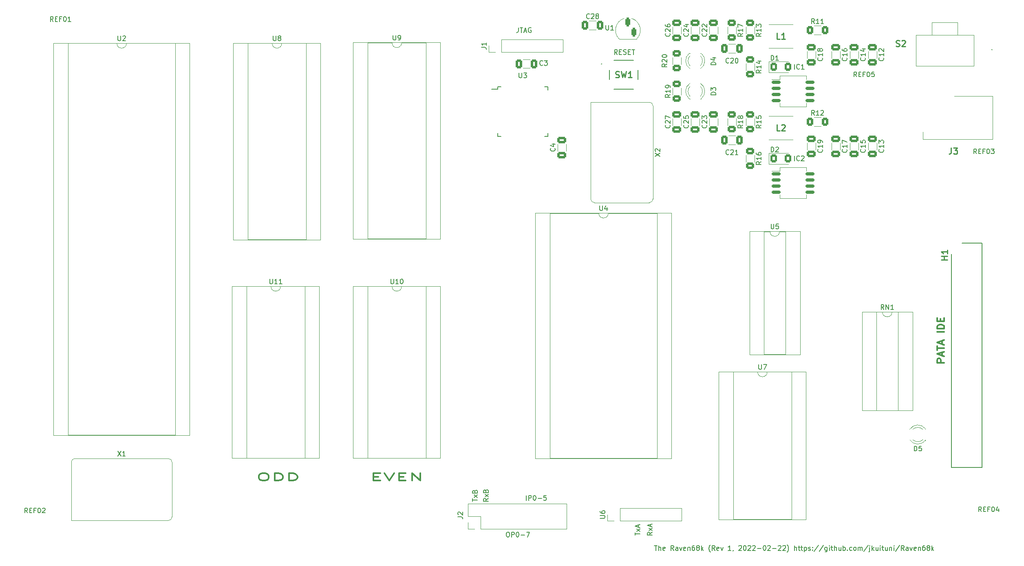
<source format=gto>
%TF.GenerationSoftware,KiCad,Pcbnew,6.0.1+dfsg-1~bpo11+1*%
%TF.CreationDate,2022-02-25T05:17:48-06:00*%
%TF.ProjectId,raven68k-rev1,72617665-6e36-4386-9b2d-726576312e6b,rev?*%
%TF.SameCoordinates,Original*%
%TF.FileFunction,Legend,Top*%
%TF.FilePolarity,Positive*%
%FSLAX46Y46*%
G04 Gerber Fmt 4.6, Leading zero omitted, Abs format (unit mm)*
G04 Created by KiCad (PCBNEW 6.0.1+dfsg-1~bpo11+1) date 2022-02-25 05:17:48*
%MOMM*%
%LPD*%
G01*
G04 APERTURE LIST*
G04 Aperture macros list*
%AMRoundRect*
0 Rectangle with rounded corners*
0 $1 Rounding radius*
0 $2 $3 $4 $5 $6 $7 $8 $9 X,Y pos of 4 corners*
0 Add a 4 corners polygon primitive as box body*
4,1,4,$2,$3,$4,$5,$6,$7,$8,$9,$2,$3,0*
0 Add four circle primitives for the rounded corners*
1,1,$1+$1,$2,$3*
1,1,$1+$1,$4,$5*
1,1,$1+$1,$6,$7*
1,1,$1+$1,$8,$9*
0 Add four rect primitives between the rounded corners*
20,1,$1+$1,$2,$3,$4,$5,0*
20,1,$1+$1,$4,$5,$6,$7,0*
20,1,$1+$1,$6,$7,$8,$9,0*
20,1,$1+$1,$8,$9,$2,$3,0*%
G04 Aperture macros list end*
%ADD10C,0.150000*%
%ADD11C,0.300000*%
%ADD12C,0.254000*%
%ADD13C,0.120000*%
%ADD14C,0.200000*%
%ADD15C,0.100000*%
%ADD16R,1.500000X0.550000*%
%ADD17R,0.550000X1.500000*%
%ADD18R,1.700000X1.700000*%
%ADD19O,1.700000X1.700000*%
%ADD20RoundRect,0.250000X-0.412500X-0.650000X0.412500X-0.650000X0.412500X0.650000X-0.412500X0.650000X0*%
%ADD21RoundRect,0.250000X0.650000X-0.412500X0.650000X0.412500X-0.650000X0.412500X-0.650000X-0.412500X0*%
%ADD22RoundRect,0.250000X-0.650000X0.412500X-0.650000X-0.412500X0.650000X-0.412500X0.650000X0.412500X0*%
%ADD23R,2.400000X1.600000*%
%ADD24O,2.400000X1.600000*%
%ADD25R,2.500000X2.500000*%
%ADD26C,2.500000*%
%ADD27R,1.500000X1.500000*%
%ADD28C,1.500000*%
%ADD29R,1.800000X1.800000*%
%ADD30C,1.800000*%
%ADD31RoundRect,0.250000X-0.625000X0.400000X-0.625000X-0.400000X0.625000X-0.400000X0.625000X0.400000X0*%
%ADD32RoundRect,0.150000X-0.800000X-0.150000X0.800000X-0.150000X0.800000X0.150000X-0.800000X0.150000X0*%
%ADD33RoundRect,0.250000X-0.400000X-0.625000X0.400000X-0.625000X0.400000X0.625000X-0.400000X0.625000X0*%
%ADD34C,4.000000*%
%ADD35RoundRect,0.250001X-0.462499X-0.624999X0.462499X-0.624999X0.462499X0.624999X-0.462499X0.624999X0*%
%ADD36C,5.340000*%
%ADD37C,4.575000*%
%ADD38R,1.100000X1.800000*%
%ADD39RoundRect,0.275000X-0.275000X-0.625000X0.275000X-0.625000X0.275000X0.625000X-0.275000X0.625000X0*%
%ADD40RoundRect,0.250000X0.625000X-0.400000X0.625000X0.400000X-0.625000X0.400000X-0.625000X-0.400000X0*%
%ADD41R,1.500000X4.200000*%
G04 APERTURE END LIST*
D10*
X161615619Y-46934380D02*
X161282285Y-46458190D01*
X161044190Y-46934380D02*
X161044190Y-45934380D01*
X161425142Y-45934380D01*
X161520380Y-45982000D01*
X161568000Y-46029619D01*
X161615619Y-46124857D01*
X161615619Y-46267714D01*
X161568000Y-46362952D01*
X161520380Y-46410571D01*
X161425142Y-46458190D01*
X161044190Y-46458190D01*
X162044190Y-46410571D02*
X162377523Y-46410571D01*
X162520380Y-46934380D02*
X162044190Y-46934380D01*
X162044190Y-45934380D01*
X162520380Y-45934380D01*
X162901333Y-46886761D02*
X163044190Y-46934380D01*
X163282285Y-46934380D01*
X163377523Y-46886761D01*
X163425142Y-46839142D01*
X163472761Y-46743904D01*
X163472761Y-46648666D01*
X163425142Y-46553428D01*
X163377523Y-46505809D01*
X163282285Y-46458190D01*
X163091809Y-46410571D01*
X162996571Y-46362952D01*
X162948952Y-46315333D01*
X162901333Y-46220095D01*
X162901333Y-46124857D01*
X162948952Y-46029619D01*
X162996571Y-45982000D01*
X163091809Y-45934380D01*
X163329904Y-45934380D01*
X163472761Y-45982000D01*
X163901333Y-46410571D02*
X164234666Y-46410571D01*
X164377523Y-46934380D02*
X163901333Y-46934380D01*
X163901333Y-45934380D01*
X164377523Y-45934380D01*
X164663238Y-45934380D02*
X165234666Y-45934380D01*
X164948952Y-46934380D02*
X164948952Y-45934380D01*
X138803333Y-146264380D02*
X138993809Y-146264380D01*
X139089047Y-146312000D01*
X139184285Y-146407238D01*
X139231904Y-146597714D01*
X139231904Y-146931047D01*
X139184285Y-147121523D01*
X139089047Y-147216761D01*
X138993809Y-147264380D01*
X138803333Y-147264380D01*
X138708095Y-147216761D01*
X138612857Y-147121523D01*
X138565238Y-146931047D01*
X138565238Y-146597714D01*
X138612857Y-146407238D01*
X138708095Y-146312000D01*
X138803333Y-146264380D01*
X139660476Y-147264380D02*
X139660476Y-146264380D01*
X140041428Y-146264380D01*
X140136666Y-146312000D01*
X140184285Y-146359619D01*
X140231904Y-146454857D01*
X140231904Y-146597714D01*
X140184285Y-146692952D01*
X140136666Y-146740571D01*
X140041428Y-146788190D01*
X139660476Y-146788190D01*
X140850952Y-146264380D02*
X140946190Y-146264380D01*
X141041428Y-146312000D01*
X141089047Y-146359619D01*
X141136666Y-146454857D01*
X141184285Y-146645333D01*
X141184285Y-146883428D01*
X141136666Y-147073904D01*
X141089047Y-147169142D01*
X141041428Y-147216761D01*
X140946190Y-147264380D01*
X140850952Y-147264380D01*
X140755714Y-147216761D01*
X140708095Y-147169142D01*
X140660476Y-147073904D01*
X140612857Y-146883428D01*
X140612857Y-146645333D01*
X140660476Y-146454857D01*
X140708095Y-146359619D01*
X140755714Y-146312000D01*
X140850952Y-146264380D01*
X141612857Y-146883428D02*
X142374761Y-146883428D01*
X142755714Y-146264380D02*
X143422380Y-146264380D01*
X142993809Y-147264380D01*
X169326380Y-149058380D02*
X169897809Y-149058380D01*
X169612095Y-150058380D02*
X169612095Y-149058380D01*
X170231142Y-150058380D02*
X170231142Y-149058380D01*
X170659714Y-150058380D02*
X170659714Y-149534571D01*
X170612095Y-149439333D01*
X170516857Y-149391714D01*
X170374000Y-149391714D01*
X170278761Y-149439333D01*
X170231142Y-149486952D01*
X171516857Y-150010761D02*
X171421619Y-150058380D01*
X171231142Y-150058380D01*
X171135904Y-150010761D01*
X171088285Y-149915523D01*
X171088285Y-149534571D01*
X171135904Y-149439333D01*
X171231142Y-149391714D01*
X171421619Y-149391714D01*
X171516857Y-149439333D01*
X171564476Y-149534571D01*
X171564476Y-149629809D01*
X171088285Y-149725047D01*
X173326380Y-150058380D02*
X172993047Y-149582190D01*
X172754952Y-150058380D02*
X172754952Y-149058380D01*
X173135904Y-149058380D01*
X173231142Y-149106000D01*
X173278761Y-149153619D01*
X173326380Y-149248857D01*
X173326380Y-149391714D01*
X173278761Y-149486952D01*
X173231142Y-149534571D01*
X173135904Y-149582190D01*
X172754952Y-149582190D01*
X174183523Y-150058380D02*
X174183523Y-149534571D01*
X174135904Y-149439333D01*
X174040666Y-149391714D01*
X173850190Y-149391714D01*
X173754952Y-149439333D01*
X174183523Y-150010761D02*
X174088285Y-150058380D01*
X173850190Y-150058380D01*
X173754952Y-150010761D01*
X173707333Y-149915523D01*
X173707333Y-149820285D01*
X173754952Y-149725047D01*
X173850190Y-149677428D01*
X174088285Y-149677428D01*
X174183523Y-149629809D01*
X174564476Y-149391714D02*
X174802571Y-150058380D01*
X175040666Y-149391714D01*
X175802571Y-150010761D02*
X175707333Y-150058380D01*
X175516857Y-150058380D01*
X175421619Y-150010761D01*
X175374000Y-149915523D01*
X175374000Y-149534571D01*
X175421619Y-149439333D01*
X175516857Y-149391714D01*
X175707333Y-149391714D01*
X175802571Y-149439333D01*
X175850190Y-149534571D01*
X175850190Y-149629809D01*
X175374000Y-149725047D01*
X176278761Y-149391714D02*
X176278761Y-150058380D01*
X176278761Y-149486952D02*
X176326380Y-149439333D01*
X176421619Y-149391714D01*
X176564476Y-149391714D01*
X176659714Y-149439333D01*
X176707333Y-149534571D01*
X176707333Y-150058380D01*
X177612095Y-149058380D02*
X177421619Y-149058380D01*
X177326380Y-149106000D01*
X177278761Y-149153619D01*
X177183523Y-149296476D01*
X177135904Y-149486952D01*
X177135904Y-149867904D01*
X177183523Y-149963142D01*
X177231142Y-150010761D01*
X177326380Y-150058380D01*
X177516857Y-150058380D01*
X177612095Y-150010761D01*
X177659714Y-149963142D01*
X177707333Y-149867904D01*
X177707333Y-149629809D01*
X177659714Y-149534571D01*
X177612095Y-149486952D01*
X177516857Y-149439333D01*
X177326380Y-149439333D01*
X177231142Y-149486952D01*
X177183523Y-149534571D01*
X177135904Y-149629809D01*
X178278761Y-149486952D02*
X178183523Y-149439333D01*
X178135904Y-149391714D01*
X178088285Y-149296476D01*
X178088285Y-149248857D01*
X178135904Y-149153619D01*
X178183523Y-149106000D01*
X178278761Y-149058380D01*
X178469238Y-149058380D01*
X178564476Y-149106000D01*
X178612095Y-149153619D01*
X178659714Y-149248857D01*
X178659714Y-149296476D01*
X178612095Y-149391714D01*
X178564476Y-149439333D01*
X178469238Y-149486952D01*
X178278761Y-149486952D01*
X178183523Y-149534571D01*
X178135904Y-149582190D01*
X178088285Y-149677428D01*
X178088285Y-149867904D01*
X178135904Y-149963142D01*
X178183523Y-150010761D01*
X178278761Y-150058380D01*
X178469238Y-150058380D01*
X178564476Y-150010761D01*
X178612095Y-149963142D01*
X178659714Y-149867904D01*
X178659714Y-149677428D01*
X178612095Y-149582190D01*
X178564476Y-149534571D01*
X178469238Y-149486952D01*
X179088285Y-150058380D02*
X179088285Y-149058380D01*
X179183523Y-149677428D02*
X179469238Y-150058380D01*
X179469238Y-149391714D02*
X179088285Y-149772666D01*
X180945428Y-150439333D02*
X180897809Y-150391714D01*
X180802571Y-150248857D01*
X180754952Y-150153619D01*
X180707333Y-150010761D01*
X180659714Y-149772666D01*
X180659714Y-149582190D01*
X180707333Y-149344095D01*
X180754952Y-149201238D01*
X180802571Y-149106000D01*
X180897809Y-148963142D01*
X180945428Y-148915523D01*
X181897809Y-150058380D02*
X181564476Y-149582190D01*
X181326380Y-150058380D02*
X181326380Y-149058380D01*
X181707333Y-149058380D01*
X181802571Y-149106000D01*
X181850190Y-149153619D01*
X181897809Y-149248857D01*
X181897809Y-149391714D01*
X181850190Y-149486952D01*
X181802571Y-149534571D01*
X181707333Y-149582190D01*
X181326380Y-149582190D01*
X182707333Y-150010761D02*
X182612095Y-150058380D01*
X182421619Y-150058380D01*
X182326380Y-150010761D01*
X182278761Y-149915523D01*
X182278761Y-149534571D01*
X182326380Y-149439333D01*
X182421619Y-149391714D01*
X182612095Y-149391714D01*
X182707333Y-149439333D01*
X182754952Y-149534571D01*
X182754952Y-149629809D01*
X182278761Y-149725047D01*
X183088285Y-149391714D02*
X183326380Y-150058380D01*
X183564476Y-149391714D01*
X185231142Y-150058380D02*
X184659714Y-150058380D01*
X184945428Y-150058380D02*
X184945428Y-149058380D01*
X184850190Y-149201238D01*
X184754952Y-149296476D01*
X184659714Y-149344095D01*
X185707333Y-150010761D02*
X185707333Y-150058380D01*
X185659714Y-150153619D01*
X185612095Y-150201238D01*
X186850190Y-149153619D02*
X186897809Y-149106000D01*
X186993047Y-149058380D01*
X187231142Y-149058380D01*
X187326380Y-149106000D01*
X187374000Y-149153619D01*
X187421619Y-149248857D01*
X187421619Y-149344095D01*
X187374000Y-149486952D01*
X186802571Y-150058380D01*
X187421619Y-150058380D01*
X188040666Y-149058380D02*
X188135904Y-149058380D01*
X188231142Y-149106000D01*
X188278761Y-149153619D01*
X188326380Y-149248857D01*
X188374000Y-149439333D01*
X188374000Y-149677428D01*
X188326380Y-149867904D01*
X188278761Y-149963142D01*
X188231142Y-150010761D01*
X188135904Y-150058380D01*
X188040666Y-150058380D01*
X187945428Y-150010761D01*
X187897809Y-149963142D01*
X187850190Y-149867904D01*
X187802571Y-149677428D01*
X187802571Y-149439333D01*
X187850190Y-149248857D01*
X187897809Y-149153619D01*
X187945428Y-149106000D01*
X188040666Y-149058380D01*
X188754952Y-149153619D02*
X188802571Y-149106000D01*
X188897809Y-149058380D01*
X189135904Y-149058380D01*
X189231142Y-149106000D01*
X189278761Y-149153619D01*
X189326380Y-149248857D01*
X189326380Y-149344095D01*
X189278761Y-149486952D01*
X188707333Y-150058380D01*
X189326380Y-150058380D01*
X189707333Y-149153619D02*
X189754952Y-149106000D01*
X189850190Y-149058380D01*
X190088285Y-149058380D01*
X190183523Y-149106000D01*
X190231142Y-149153619D01*
X190278761Y-149248857D01*
X190278761Y-149344095D01*
X190231142Y-149486952D01*
X189659714Y-150058380D01*
X190278761Y-150058380D01*
X190707333Y-149677428D02*
X191469238Y-149677428D01*
X192135904Y-149058380D02*
X192231142Y-149058380D01*
X192326380Y-149106000D01*
X192374000Y-149153619D01*
X192421619Y-149248857D01*
X192469238Y-149439333D01*
X192469238Y-149677428D01*
X192421619Y-149867904D01*
X192374000Y-149963142D01*
X192326380Y-150010761D01*
X192231142Y-150058380D01*
X192135904Y-150058380D01*
X192040666Y-150010761D01*
X191993047Y-149963142D01*
X191945428Y-149867904D01*
X191897809Y-149677428D01*
X191897809Y-149439333D01*
X191945428Y-149248857D01*
X191993047Y-149153619D01*
X192040666Y-149106000D01*
X192135904Y-149058380D01*
X192850190Y-149153619D02*
X192897809Y-149106000D01*
X192993047Y-149058380D01*
X193231142Y-149058380D01*
X193326380Y-149106000D01*
X193374000Y-149153619D01*
X193421619Y-149248857D01*
X193421619Y-149344095D01*
X193374000Y-149486952D01*
X192802571Y-150058380D01*
X193421619Y-150058380D01*
X193850190Y-149677428D02*
X194612095Y-149677428D01*
X195040666Y-149153619D02*
X195088285Y-149106000D01*
X195183523Y-149058380D01*
X195421619Y-149058380D01*
X195516857Y-149106000D01*
X195564476Y-149153619D01*
X195612095Y-149248857D01*
X195612095Y-149344095D01*
X195564476Y-149486952D01*
X194993047Y-150058380D01*
X195612095Y-150058380D01*
X195993047Y-149153619D02*
X196040666Y-149106000D01*
X196135904Y-149058380D01*
X196374000Y-149058380D01*
X196469238Y-149106000D01*
X196516857Y-149153619D01*
X196564476Y-149248857D01*
X196564476Y-149344095D01*
X196516857Y-149486952D01*
X195945428Y-150058380D01*
X196564476Y-150058380D01*
X196897809Y-150439333D02*
X196945428Y-150391714D01*
X197040666Y-150248857D01*
X197088285Y-150153619D01*
X197135904Y-150010761D01*
X197183523Y-149772666D01*
X197183523Y-149582190D01*
X197135904Y-149344095D01*
X197088285Y-149201238D01*
X197040666Y-149106000D01*
X196945428Y-148963142D01*
X196897809Y-148915523D01*
X198421619Y-150058380D02*
X198421619Y-149058380D01*
X198850190Y-150058380D02*
X198850190Y-149534571D01*
X198802571Y-149439333D01*
X198707333Y-149391714D01*
X198564476Y-149391714D01*
X198469238Y-149439333D01*
X198421619Y-149486952D01*
X199183523Y-149391714D02*
X199564476Y-149391714D01*
X199326380Y-149058380D02*
X199326380Y-149915523D01*
X199374000Y-150010761D01*
X199469238Y-150058380D01*
X199564476Y-150058380D01*
X199754952Y-149391714D02*
X200135904Y-149391714D01*
X199897809Y-149058380D02*
X199897809Y-149915523D01*
X199945428Y-150010761D01*
X200040666Y-150058380D01*
X200135904Y-150058380D01*
X200469238Y-149391714D02*
X200469238Y-150391714D01*
X200469238Y-149439333D02*
X200564476Y-149391714D01*
X200754952Y-149391714D01*
X200850190Y-149439333D01*
X200897809Y-149486952D01*
X200945428Y-149582190D01*
X200945428Y-149867904D01*
X200897809Y-149963142D01*
X200850190Y-150010761D01*
X200754952Y-150058380D01*
X200564476Y-150058380D01*
X200469238Y-150010761D01*
X201326380Y-150010761D02*
X201421619Y-150058380D01*
X201612095Y-150058380D01*
X201707333Y-150010761D01*
X201754952Y-149915523D01*
X201754952Y-149867904D01*
X201707333Y-149772666D01*
X201612095Y-149725047D01*
X201469238Y-149725047D01*
X201374000Y-149677428D01*
X201326380Y-149582190D01*
X201326380Y-149534571D01*
X201374000Y-149439333D01*
X201469238Y-149391714D01*
X201612095Y-149391714D01*
X201707333Y-149439333D01*
X202183523Y-149963142D02*
X202231142Y-150010761D01*
X202183523Y-150058380D01*
X202135904Y-150010761D01*
X202183523Y-149963142D01*
X202183523Y-150058380D01*
X202183523Y-149439333D02*
X202231142Y-149486952D01*
X202183523Y-149534571D01*
X202135904Y-149486952D01*
X202183523Y-149439333D01*
X202183523Y-149534571D01*
X203374000Y-149010761D02*
X202516857Y-150296476D01*
X204421619Y-149010761D02*
X203564476Y-150296476D01*
X205183523Y-149391714D02*
X205183523Y-150201238D01*
X205135904Y-150296476D01*
X205088285Y-150344095D01*
X204993047Y-150391714D01*
X204850190Y-150391714D01*
X204754952Y-150344095D01*
X205183523Y-150010761D02*
X205088285Y-150058380D01*
X204897809Y-150058380D01*
X204802571Y-150010761D01*
X204754952Y-149963142D01*
X204707333Y-149867904D01*
X204707333Y-149582190D01*
X204754952Y-149486952D01*
X204802571Y-149439333D01*
X204897809Y-149391714D01*
X205088285Y-149391714D01*
X205183523Y-149439333D01*
X205659714Y-150058380D02*
X205659714Y-149391714D01*
X205659714Y-149058380D02*
X205612095Y-149106000D01*
X205659714Y-149153619D01*
X205707333Y-149106000D01*
X205659714Y-149058380D01*
X205659714Y-149153619D01*
X205993047Y-149391714D02*
X206374000Y-149391714D01*
X206135904Y-149058380D02*
X206135904Y-149915523D01*
X206183523Y-150010761D01*
X206278761Y-150058380D01*
X206374000Y-150058380D01*
X206707333Y-150058380D02*
X206707333Y-149058380D01*
X207135904Y-150058380D02*
X207135904Y-149534571D01*
X207088285Y-149439333D01*
X206993047Y-149391714D01*
X206850190Y-149391714D01*
X206754952Y-149439333D01*
X206707333Y-149486952D01*
X208040666Y-149391714D02*
X208040666Y-150058380D01*
X207612095Y-149391714D02*
X207612095Y-149915523D01*
X207659714Y-150010761D01*
X207754952Y-150058380D01*
X207897809Y-150058380D01*
X207993047Y-150010761D01*
X208040666Y-149963142D01*
X208516857Y-150058380D02*
X208516857Y-149058380D01*
X208516857Y-149439333D02*
X208612095Y-149391714D01*
X208802571Y-149391714D01*
X208897809Y-149439333D01*
X208945428Y-149486952D01*
X208993047Y-149582190D01*
X208993047Y-149867904D01*
X208945428Y-149963142D01*
X208897809Y-150010761D01*
X208802571Y-150058380D01*
X208612095Y-150058380D01*
X208516857Y-150010761D01*
X209421619Y-149963142D02*
X209469238Y-150010761D01*
X209421619Y-150058380D01*
X209374000Y-150010761D01*
X209421619Y-149963142D01*
X209421619Y-150058380D01*
X210326380Y-150010761D02*
X210231142Y-150058380D01*
X210040666Y-150058380D01*
X209945428Y-150010761D01*
X209897809Y-149963142D01*
X209850190Y-149867904D01*
X209850190Y-149582190D01*
X209897809Y-149486952D01*
X209945428Y-149439333D01*
X210040666Y-149391714D01*
X210231142Y-149391714D01*
X210326380Y-149439333D01*
X210897809Y-150058380D02*
X210802571Y-150010761D01*
X210754952Y-149963142D01*
X210707333Y-149867904D01*
X210707333Y-149582190D01*
X210754952Y-149486952D01*
X210802571Y-149439333D01*
X210897809Y-149391714D01*
X211040666Y-149391714D01*
X211135904Y-149439333D01*
X211183523Y-149486952D01*
X211231142Y-149582190D01*
X211231142Y-149867904D01*
X211183523Y-149963142D01*
X211135904Y-150010761D01*
X211040666Y-150058380D01*
X210897809Y-150058380D01*
X211659714Y-150058380D02*
X211659714Y-149391714D01*
X211659714Y-149486952D02*
X211707333Y-149439333D01*
X211802571Y-149391714D01*
X211945428Y-149391714D01*
X212040666Y-149439333D01*
X212088285Y-149534571D01*
X212088285Y-150058380D01*
X212088285Y-149534571D02*
X212135904Y-149439333D01*
X212231142Y-149391714D01*
X212374000Y-149391714D01*
X212469238Y-149439333D01*
X212516857Y-149534571D01*
X212516857Y-150058380D01*
X213707333Y-149010761D02*
X212850190Y-150296476D01*
X214040666Y-149391714D02*
X214040666Y-150248857D01*
X213993047Y-150344095D01*
X213897809Y-150391714D01*
X213850190Y-150391714D01*
X214040666Y-149058380D02*
X213993047Y-149106000D01*
X214040666Y-149153619D01*
X214088285Y-149106000D01*
X214040666Y-149058380D01*
X214040666Y-149153619D01*
X214516857Y-150058380D02*
X214516857Y-149058380D01*
X214612095Y-149677428D02*
X214897809Y-150058380D01*
X214897809Y-149391714D02*
X214516857Y-149772666D01*
X215754952Y-149391714D02*
X215754952Y-150058380D01*
X215326380Y-149391714D02*
X215326380Y-149915523D01*
X215374000Y-150010761D01*
X215469238Y-150058380D01*
X215612095Y-150058380D01*
X215707333Y-150010761D01*
X215754952Y-149963142D01*
X216231142Y-150058380D02*
X216231142Y-149391714D01*
X216231142Y-149058380D02*
X216183523Y-149106000D01*
X216231142Y-149153619D01*
X216278761Y-149106000D01*
X216231142Y-149058380D01*
X216231142Y-149153619D01*
X216564476Y-149391714D02*
X216945428Y-149391714D01*
X216707333Y-149058380D02*
X216707333Y-149915523D01*
X216754952Y-150010761D01*
X216850190Y-150058380D01*
X216945428Y-150058380D01*
X217707333Y-149391714D02*
X217707333Y-150058380D01*
X217278761Y-149391714D02*
X217278761Y-149915523D01*
X217326380Y-150010761D01*
X217421619Y-150058380D01*
X217564476Y-150058380D01*
X217659714Y-150010761D01*
X217707333Y-149963142D01*
X218183523Y-149391714D02*
X218183523Y-150058380D01*
X218183523Y-149486952D02*
X218231142Y-149439333D01*
X218326380Y-149391714D01*
X218469238Y-149391714D01*
X218564476Y-149439333D01*
X218612095Y-149534571D01*
X218612095Y-150058380D01*
X219088285Y-150058380D02*
X219088285Y-149391714D01*
X219088285Y-149058380D02*
X219040666Y-149106000D01*
X219088285Y-149153619D01*
X219135904Y-149106000D01*
X219088285Y-149058380D01*
X219088285Y-149153619D01*
X220278761Y-149010761D02*
X219421619Y-150296476D01*
X221183523Y-150058380D02*
X220850190Y-149582190D01*
X220612095Y-150058380D02*
X220612095Y-149058380D01*
X220993047Y-149058380D01*
X221088285Y-149106000D01*
X221135904Y-149153619D01*
X221183523Y-149248857D01*
X221183523Y-149391714D01*
X221135904Y-149486952D01*
X221088285Y-149534571D01*
X220993047Y-149582190D01*
X220612095Y-149582190D01*
X222040666Y-150058380D02*
X222040666Y-149534571D01*
X221993047Y-149439333D01*
X221897809Y-149391714D01*
X221707333Y-149391714D01*
X221612095Y-149439333D01*
X222040666Y-150010761D02*
X221945428Y-150058380D01*
X221707333Y-150058380D01*
X221612095Y-150010761D01*
X221564476Y-149915523D01*
X221564476Y-149820285D01*
X221612095Y-149725047D01*
X221707333Y-149677428D01*
X221945428Y-149677428D01*
X222040666Y-149629809D01*
X222421619Y-149391714D02*
X222659714Y-150058380D01*
X222897809Y-149391714D01*
X223659714Y-150010761D02*
X223564476Y-150058380D01*
X223374000Y-150058380D01*
X223278761Y-150010761D01*
X223231142Y-149915523D01*
X223231142Y-149534571D01*
X223278761Y-149439333D01*
X223374000Y-149391714D01*
X223564476Y-149391714D01*
X223659714Y-149439333D01*
X223707333Y-149534571D01*
X223707333Y-149629809D01*
X223231142Y-149725047D01*
X224135904Y-149391714D02*
X224135904Y-150058380D01*
X224135904Y-149486952D02*
X224183523Y-149439333D01*
X224278761Y-149391714D01*
X224421619Y-149391714D01*
X224516857Y-149439333D01*
X224564476Y-149534571D01*
X224564476Y-150058380D01*
X225469238Y-149058380D02*
X225278761Y-149058380D01*
X225183523Y-149106000D01*
X225135904Y-149153619D01*
X225040666Y-149296476D01*
X224993047Y-149486952D01*
X224993047Y-149867904D01*
X225040666Y-149963142D01*
X225088285Y-150010761D01*
X225183523Y-150058380D01*
X225374000Y-150058380D01*
X225469238Y-150010761D01*
X225516857Y-149963142D01*
X225564476Y-149867904D01*
X225564476Y-149629809D01*
X225516857Y-149534571D01*
X225469238Y-149486952D01*
X225374000Y-149439333D01*
X225183523Y-149439333D01*
X225088285Y-149486952D01*
X225040666Y-149534571D01*
X224993047Y-149629809D01*
X226135904Y-149486952D02*
X226040666Y-149439333D01*
X225993047Y-149391714D01*
X225945428Y-149296476D01*
X225945428Y-149248857D01*
X225993047Y-149153619D01*
X226040666Y-149106000D01*
X226135904Y-149058380D01*
X226326380Y-149058380D01*
X226421619Y-149106000D01*
X226469238Y-149153619D01*
X226516857Y-149248857D01*
X226516857Y-149296476D01*
X226469238Y-149391714D01*
X226421619Y-149439333D01*
X226326380Y-149486952D01*
X226135904Y-149486952D01*
X226040666Y-149534571D01*
X225993047Y-149582190D01*
X225945428Y-149677428D01*
X225945428Y-149867904D01*
X225993047Y-149963142D01*
X226040666Y-150010761D01*
X226135904Y-150058380D01*
X226326380Y-150058380D01*
X226421619Y-150010761D01*
X226469238Y-149963142D01*
X226516857Y-149867904D01*
X226516857Y-149677428D01*
X226469238Y-149582190D01*
X226421619Y-149534571D01*
X226326380Y-149486952D01*
X226945428Y-150058380D02*
X226945428Y-149058380D01*
X227040666Y-149677428D02*
X227326380Y-150058380D01*
X227326380Y-149391714D02*
X226945428Y-149772666D01*
X134818380Y-139279238D02*
X134342190Y-139612571D01*
X134818380Y-139850666D02*
X133818380Y-139850666D01*
X133818380Y-139469714D01*
X133866000Y-139374476D01*
X133913619Y-139326857D01*
X134008857Y-139279238D01*
X134151714Y-139279238D01*
X134246952Y-139326857D01*
X134294571Y-139374476D01*
X134342190Y-139469714D01*
X134342190Y-139850666D01*
X134818380Y-138945904D02*
X134151714Y-138422095D01*
X134151714Y-138945904D02*
X134818380Y-138422095D01*
X134294571Y-137707809D02*
X134342190Y-137564952D01*
X134389809Y-137517333D01*
X134485047Y-137469714D01*
X134627904Y-137469714D01*
X134723142Y-137517333D01*
X134770761Y-137564952D01*
X134818380Y-137660190D01*
X134818380Y-138041142D01*
X133818380Y-138041142D01*
X133818380Y-137707809D01*
X133866000Y-137612571D01*
X133913619Y-137564952D01*
X134008857Y-137517333D01*
X134104095Y-137517333D01*
X134199333Y-137564952D01*
X134246952Y-137612571D01*
X134294571Y-137707809D01*
X134294571Y-138041142D01*
X142708571Y-139644380D02*
X142708571Y-138644380D01*
X143184761Y-139644380D02*
X143184761Y-138644380D01*
X143565714Y-138644380D01*
X143660952Y-138692000D01*
X143708571Y-138739619D01*
X143756190Y-138834857D01*
X143756190Y-138977714D01*
X143708571Y-139072952D01*
X143660952Y-139120571D01*
X143565714Y-139168190D01*
X143184761Y-139168190D01*
X144375238Y-138644380D02*
X144470476Y-138644380D01*
X144565714Y-138692000D01*
X144613333Y-138739619D01*
X144660952Y-138834857D01*
X144708571Y-139025333D01*
X144708571Y-139263428D01*
X144660952Y-139453904D01*
X144613333Y-139549142D01*
X144565714Y-139596761D01*
X144470476Y-139644380D01*
X144375238Y-139644380D01*
X144280000Y-139596761D01*
X144232380Y-139549142D01*
X144184761Y-139453904D01*
X144137142Y-139263428D01*
X144137142Y-139025333D01*
X144184761Y-138834857D01*
X144232380Y-138739619D01*
X144280000Y-138692000D01*
X144375238Y-138644380D01*
X145137142Y-139263428D02*
X145899047Y-139263428D01*
X146851428Y-138644380D02*
X146375238Y-138644380D01*
X146327619Y-139120571D01*
X146375238Y-139072952D01*
X146470476Y-139025333D01*
X146708571Y-139025333D01*
X146803809Y-139072952D01*
X146851428Y-139120571D01*
X146899047Y-139215809D01*
X146899047Y-139453904D01*
X146851428Y-139549142D01*
X146803809Y-139596761D01*
X146708571Y-139644380D01*
X146470476Y-139644380D01*
X146375238Y-139596761D01*
X146327619Y-139549142D01*
X131532380Y-139874476D02*
X131532380Y-139303047D01*
X132532380Y-139588761D02*
X131532380Y-139588761D01*
X132532380Y-139064952D02*
X131865714Y-138541142D01*
X131865714Y-139064952D02*
X132532380Y-138541142D01*
X132008571Y-137826857D02*
X132056190Y-137684000D01*
X132103809Y-137636380D01*
X132199047Y-137588761D01*
X132341904Y-137588761D01*
X132437142Y-137636380D01*
X132484761Y-137684000D01*
X132532380Y-137779238D01*
X132532380Y-138160190D01*
X131532380Y-138160190D01*
X131532380Y-137826857D01*
X131580000Y-137731619D01*
X131627619Y-137684000D01*
X131722857Y-137636380D01*
X131818095Y-137636380D01*
X131913333Y-137684000D01*
X131960952Y-137731619D01*
X132008571Y-137826857D01*
X132008571Y-138160190D01*
D11*
X87900285Y-134052571D02*
X88471714Y-134052571D01*
X88757428Y-134124000D01*
X89043142Y-134266857D01*
X89186000Y-134552571D01*
X89186000Y-135052571D01*
X89043142Y-135338285D01*
X88757428Y-135481142D01*
X88471714Y-135552571D01*
X87900285Y-135552571D01*
X87614571Y-135481142D01*
X87328857Y-135338285D01*
X87186000Y-135052571D01*
X87186000Y-134552571D01*
X87328857Y-134266857D01*
X87614571Y-134124000D01*
X87900285Y-134052571D01*
X90471714Y-135552571D02*
X90471714Y-134052571D01*
X91186000Y-134052571D01*
X91614571Y-134124000D01*
X91900285Y-134266857D01*
X92043142Y-134409714D01*
X92186000Y-134695428D01*
X92186000Y-134909714D01*
X92043142Y-135195428D01*
X91900285Y-135338285D01*
X91614571Y-135481142D01*
X91186000Y-135552571D01*
X90471714Y-135552571D01*
X93471714Y-135552571D02*
X93471714Y-134052571D01*
X94186000Y-134052571D01*
X94614571Y-134124000D01*
X94900285Y-134266857D01*
X95043142Y-134409714D01*
X95186000Y-134695428D01*
X95186000Y-134909714D01*
X95043142Y-135195428D01*
X94900285Y-135338285D01*
X94614571Y-135481142D01*
X94186000Y-135552571D01*
X93471714Y-135552571D01*
X110966857Y-134766857D02*
X111966857Y-134766857D01*
X112395428Y-135552571D02*
X110966857Y-135552571D01*
X110966857Y-134052571D01*
X112395428Y-134052571D01*
X113252571Y-134052571D02*
X114252571Y-135552571D01*
X115252571Y-134052571D01*
X116252571Y-134766857D02*
X117252571Y-134766857D01*
X117681142Y-135552571D02*
X116252571Y-135552571D01*
X116252571Y-134052571D01*
X117681142Y-134052571D01*
X118966857Y-135552571D02*
X118966857Y-134052571D01*
X120681142Y-135552571D01*
X120681142Y-134052571D01*
D10*
X141073333Y-41362380D02*
X141073333Y-42076666D01*
X141025714Y-42219523D01*
X140930476Y-42314761D01*
X140787619Y-42362380D01*
X140692380Y-42362380D01*
X141406666Y-41362380D02*
X141978095Y-41362380D01*
X141692380Y-42362380D02*
X141692380Y-41362380D01*
X142263809Y-42076666D02*
X142740000Y-42076666D01*
X142168571Y-42362380D02*
X142501904Y-41362380D01*
X142835238Y-42362380D01*
X143692380Y-41410000D02*
X143597142Y-41362380D01*
X143454285Y-41362380D01*
X143311428Y-41410000D01*
X143216190Y-41505238D01*
X143168571Y-41600476D01*
X143120952Y-41790952D01*
X143120952Y-41933809D01*
X143168571Y-42124285D01*
X143216190Y-42219523D01*
X143311428Y-42314761D01*
X143454285Y-42362380D01*
X143549523Y-42362380D01*
X143692380Y-42314761D01*
X143740000Y-42267142D01*
X143740000Y-41933809D01*
X143549523Y-41933809D01*
X168854380Y-146319809D02*
X168378190Y-146653142D01*
X168854380Y-146891238D02*
X167854380Y-146891238D01*
X167854380Y-146510285D01*
X167902000Y-146415047D01*
X167949619Y-146367428D01*
X168044857Y-146319809D01*
X168187714Y-146319809D01*
X168282952Y-146367428D01*
X168330571Y-146415047D01*
X168378190Y-146510285D01*
X168378190Y-146891238D01*
X168854380Y-145986476D02*
X168187714Y-145462666D01*
X168187714Y-145986476D02*
X168854380Y-145462666D01*
X168568666Y-145129333D02*
X168568666Y-144653142D01*
X168854380Y-145224571D02*
X167854380Y-144891238D01*
X168854380Y-144557904D01*
X165314380Y-146915047D02*
X165314380Y-146343619D01*
X166314380Y-146629333D02*
X165314380Y-146629333D01*
X166314380Y-146105523D02*
X165647714Y-145581714D01*
X165647714Y-146105523D02*
X166314380Y-145581714D01*
X166028666Y-145248380D02*
X166028666Y-144772190D01*
X166314380Y-145343619D02*
X165314380Y-145010285D01*
X166314380Y-144676952D01*
D11*
X229532571Y-111033142D02*
X228032571Y-111033142D01*
X228032571Y-110461714D01*
X228104000Y-110318857D01*
X228175428Y-110247428D01*
X228318285Y-110176000D01*
X228532571Y-110176000D01*
X228675428Y-110247428D01*
X228746857Y-110318857D01*
X228818285Y-110461714D01*
X228818285Y-111033142D01*
X229104000Y-109604571D02*
X229104000Y-108890285D01*
X229532571Y-109747428D02*
X228032571Y-109247428D01*
X229532571Y-108747428D01*
X228032571Y-108461714D02*
X228032571Y-107604571D01*
X229532571Y-108033142D02*
X228032571Y-108033142D01*
X229104000Y-107176000D02*
X229104000Y-106461714D01*
X229532571Y-107318857D02*
X228032571Y-106818857D01*
X229532571Y-106318857D01*
X229532571Y-104676000D02*
X228032571Y-104676000D01*
X229532571Y-103961714D02*
X228032571Y-103961714D01*
X228032571Y-103604571D01*
X228104000Y-103390285D01*
X228246857Y-103247428D01*
X228389714Y-103176000D01*
X228675428Y-103104571D01*
X228889714Y-103104571D01*
X229175428Y-103176000D01*
X229318285Y-103247428D01*
X229461142Y-103390285D01*
X229532571Y-103604571D01*
X229532571Y-103961714D01*
X228746857Y-102461714D02*
X228746857Y-101961714D01*
X229532571Y-101747428D02*
X229532571Y-102461714D01*
X228032571Y-102461714D01*
X228032571Y-101747428D01*
D10*
%TO.C,U3*%
X141224095Y-50803380D02*
X141224095Y-51612904D01*
X141271714Y-51708142D01*
X141319333Y-51755761D01*
X141414571Y-51803380D01*
X141605047Y-51803380D01*
X141700285Y-51755761D01*
X141747904Y-51708142D01*
X141795523Y-51612904D01*
X141795523Y-50803380D01*
X142176476Y-50803380D02*
X142795523Y-50803380D01*
X142462190Y-51184333D01*
X142605047Y-51184333D01*
X142700285Y-51231952D01*
X142747904Y-51279571D01*
X142795523Y-51374809D01*
X142795523Y-51612904D01*
X142747904Y-51708142D01*
X142700285Y-51755761D01*
X142605047Y-51803380D01*
X142319333Y-51803380D01*
X142224095Y-51755761D01*
X142176476Y-51708142D01*
%TO.C,J1*%
X133393380Y-45481833D02*
X134107666Y-45481833D01*
X134250523Y-45529452D01*
X134345761Y-45624690D01*
X134393380Y-45767547D01*
X134393380Y-45862785D01*
X134393380Y-44481833D02*
X134393380Y-45053261D01*
X134393380Y-44767547D02*
X133393380Y-44767547D01*
X133536238Y-44862785D01*
X133631476Y-44958023D01*
X133679095Y-45053261D01*
%TO.C,C3*%
X146137333Y-49125142D02*
X146089714Y-49172761D01*
X145946857Y-49220380D01*
X145851619Y-49220380D01*
X145708761Y-49172761D01*
X145613523Y-49077523D01*
X145565904Y-48982285D01*
X145518285Y-48791809D01*
X145518285Y-48648952D01*
X145565904Y-48458476D01*
X145613523Y-48363238D01*
X145708761Y-48268000D01*
X145851619Y-48220380D01*
X145946857Y-48220380D01*
X146089714Y-48268000D01*
X146137333Y-48315619D01*
X146470666Y-48220380D02*
X147089714Y-48220380D01*
X146756380Y-48601333D01*
X146899238Y-48601333D01*
X146994476Y-48648952D01*
X147042095Y-48696571D01*
X147089714Y-48791809D01*
X147089714Y-49029904D01*
X147042095Y-49125142D01*
X146994476Y-49172761D01*
X146899238Y-49220380D01*
X146613523Y-49220380D01*
X146518285Y-49172761D01*
X146470666Y-49125142D01*
%TO.C,C4*%
X148621142Y-66460666D02*
X148668761Y-66508285D01*
X148716380Y-66651142D01*
X148716380Y-66746380D01*
X148668761Y-66889238D01*
X148573523Y-66984476D01*
X148478285Y-67032095D01*
X148287809Y-67079714D01*
X148144952Y-67079714D01*
X147954476Y-67032095D01*
X147859238Y-66984476D01*
X147764000Y-66889238D01*
X147716380Y-66746380D01*
X147716380Y-66651142D01*
X147764000Y-66508285D01*
X147811619Y-66460666D01*
X148049714Y-65603523D02*
X148716380Y-65603523D01*
X147668761Y-65841619D02*
X148383047Y-66079714D01*
X148383047Y-65460666D01*
%TO.C,C12*%
X216837142Y-47632857D02*
X216884761Y-47680476D01*
X216932380Y-47823333D01*
X216932380Y-47918571D01*
X216884761Y-48061428D01*
X216789523Y-48156666D01*
X216694285Y-48204285D01*
X216503809Y-48251904D01*
X216360952Y-48251904D01*
X216170476Y-48204285D01*
X216075238Y-48156666D01*
X215980000Y-48061428D01*
X215932380Y-47918571D01*
X215932380Y-47823333D01*
X215980000Y-47680476D01*
X216027619Y-47632857D01*
X216932380Y-46680476D02*
X216932380Y-47251904D01*
X216932380Y-46966190D02*
X215932380Y-46966190D01*
X216075238Y-47061428D01*
X216170476Y-47156666D01*
X216218095Y-47251904D01*
X216027619Y-46299523D02*
X215980000Y-46251904D01*
X215932380Y-46156666D01*
X215932380Y-45918571D01*
X215980000Y-45823333D01*
X216027619Y-45775714D01*
X216122857Y-45728095D01*
X216218095Y-45728095D01*
X216360952Y-45775714D01*
X216932380Y-46347142D01*
X216932380Y-45728095D01*
%TO.C,C13*%
X216837142Y-66682857D02*
X216884761Y-66730476D01*
X216932380Y-66873333D01*
X216932380Y-66968571D01*
X216884761Y-67111428D01*
X216789523Y-67206666D01*
X216694285Y-67254285D01*
X216503809Y-67301904D01*
X216360952Y-67301904D01*
X216170476Y-67254285D01*
X216075238Y-67206666D01*
X215980000Y-67111428D01*
X215932380Y-66968571D01*
X215932380Y-66873333D01*
X215980000Y-66730476D01*
X216027619Y-66682857D01*
X216932380Y-65730476D02*
X216932380Y-66301904D01*
X216932380Y-66016190D02*
X215932380Y-66016190D01*
X216075238Y-66111428D01*
X216170476Y-66206666D01*
X216218095Y-66301904D01*
X215932380Y-65397142D02*
X215932380Y-64778095D01*
X216313333Y-65111428D01*
X216313333Y-64968571D01*
X216360952Y-64873333D01*
X216408571Y-64825714D01*
X216503809Y-64778095D01*
X216741904Y-64778095D01*
X216837142Y-64825714D01*
X216884761Y-64873333D01*
X216932380Y-64968571D01*
X216932380Y-65254285D01*
X216884761Y-65349523D01*
X216837142Y-65397142D01*
%TO.C,C14*%
X213027142Y-47632857D02*
X213074761Y-47680476D01*
X213122380Y-47823333D01*
X213122380Y-47918571D01*
X213074761Y-48061428D01*
X212979523Y-48156666D01*
X212884285Y-48204285D01*
X212693809Y-48251904D01*
X212550952Y-48251904D01*
X212360476Y-48204285D01*
X212265238Y-48156666D01*
X212170000Y-48061428D01*
X212122380Y-47918571D01*
X212122380Y-47823333D01*
X212170000Y-47680476D01*
X212217619Y-47632857D01*
X213122380Y-46680476D02*
X213122380Y-47251904D01*
X213122380Y-46966190D02*
X212122380Y-46966190D01*
X212265238Y-47061428D01*
X212360476Y-47156666D01*
X212408095Y-47251904D01*
X212455714Y-45823333D02*
X213122380Y-45823333D01*
X212074761Y-46061428D02*
X212789047Y-46299523D01*
X212789047Y-45680476D01*
%TO.C,C15*%
X213027142Y-66682857D02*
X213074761Y-66730476D01*
X213122380Y-66873333D01*
X213122380Y-66968571D01*
X213074761Y-67111428D01*
X212979523Y-67206666D01*
X212884285Y-67254285D01*
X212693809Y-67301904D01*
X212550952Y-67301904D01*
X212360476Y-67254285D01*
X212265238Y-67206666D01*
X212170000Y-67111428D01*
X212122380Y-66968571D01*
X212122380Y-66873333D01*
X212170000Y-66730476D01*
X212217619Y-66682857D01*
X213122380Y-65730476D02*
X213122380Y-66301904D01*
X213122380Y-66016190D02*
X212122380Y-66016190D01*
X212265238Y-66111428D01*
X212360476Y-66206666D01*
X212408095Y-66301904D01*
X212122380Y-64825714D02*
X212122380Y-65301904D01*
X212598571Y-65349523D01*
X212550952Y-65301904D01*
X212503333Y-65206666D01*
X212503333Y-64968571D01*
X212550952Y-64873333D01*
X212598571Y-64825714D01*
X212693809Y-64778095D01*
X212931904Y-64778095D01*
X213027142Y-64825714D01*
X213074761Y-64873333D01*
X213122380Y-64968571D01*
X213122380Y-65206666D01*
X213074761Y-65301904D01*
X213027142Y-65349523D01*
%TO.C,C16*%
X209217142Y-47632857D02*
X209264761Y-47680476D01*
X209312380Y-47823333D01*
X209312380Y-47918571D01*
X209264761Y-48061428D01*
X209169523Y-48156666D01*
X209074285Y-48204285D01*
X208883809Y-48251904D01*
X208740952Y-48251904D01*
X208550476Y-48204285D01*
X208455238Y-48156666D01*
X208360000Y-48061428D01*
X208312380Y-47918571D01*
X208312380Y-47823333D01*
X208360000Y-47680476D01*
X208407619Y-47632857D01*
X209312380Y-46680476D02*
X209312380Y-47251904D01*
X209312380Y-46966190D02*
X208312380Y-46966190D01*
X208455238Y-47061428D01*
X208550476Y-47156666D01*
X208598095Y-47251904D01*
X208312380Y-45823333D02*
X208312380Y-46013809D01*
X208360000Y-46109047D01*
X208407619Y-46156666D01*
X208550476Y-46251904D01*
X208740952Y-46299523D01*
X209121904Y-46299523D01*
X209217142Y-46251904D01*
X209264761Y-46204285D01*
X209312380Y-46109047D01*
X209312380Y-45918571D01*
X209264761Y-45823333D01*
X209217142Y-45775714D01*
X209121904Y-45728095D01*
X208883809Y-45728095D01*
X208788571Y-45775714D01*
X208740952Y-45823333D01*
X208693333Y-45918571D01*
X208693333Y-46109047D01*
X208740952Y-46204285D01*
X208788571Y-46251904D01*
X208883809Y-46299523D01*
%TO.C,C17*%
X209217142Y-66682857D02*
X209264761Y-66730476D01*
X209312380Y-66873333D01*
X209312380Y-66968571D01*
X209264761Y-67111428D01*
X209169523Y-67206666D01*
X209074285Y-67254285D01*
X208883809Y-67301904D01*
X208740952Y-67301904D01*
X208550476Y-67254285D01*
X208455238Y-67206666D01*
X208360000Y-67111428D01*
X208312380Y-66968571D01*
X208312380Y-66873333D01*
X208360000Y-66730476D01*
X208407619Y-66682857D01*
X209312380Y-65730476D02*
X209312380Y-66301904D01*
X209312380Y-66016190D02*
X208312380Y-66016190D01*
X208455238Y-66111428D01*
X208550476Y-66206666D01*
X208598095Y-66301904D01*
X208312380Y-65397142D02*
X208312380Y-64730476D01*
X209312380Y-65159047D01*
%TO.C,C18*%
X204137142Y-47632857D02*
X204184761Y-47680476D01*
X204232380Y-47823333D01*
X204232380Y-47918571D01*
X204184761Y-48061428D01*
X204089523Y-48156666D01*
X203994285Y-48204285D01*
X203803809Y-48251904D01*
X203660952Y-48251904D01*
X203470476Y-48204285D01*
X203375238Y-48156666D01*
X203280000Y-48061428D01*
X203232380Y-47918571D01*
X203232380Y-47823333D01*
X203280000Y-47680476D01*
X203327619Y-47632857D01*
X204232380Y-46680476D02*
X204232380Y-47251904D01*
X204232380Y-46966190D02*
X203232380Y-46966190D01*
X203375238Y-47061428D01*
X203470476Y-47156666D01*
X203518095Y-47251904D01*
X203660952Y-46109047D02*
X203613333Y-46204285D01*
X203565714Y-46251904D01*
X203470476Y-46299523D01*
X203422857Y-46299523D01*
X203327619Y-46251904D01*
X203280000Y-46204285D01*
X203232380Y-46109047D01*
X203232380Y-45918571D01*
X203280000Y-45823333D01*
X203327619Y-45775714D01*
X203422857Y-45728095D01*
X203470476Y-45728095D01*
X203565714Y-45775714D01*
X203613333Y-45823333D01*
X203660952Y-45918571D01*
X203660952Y-46109047D01*
X203708571Y-46204285D01*
X203756190Y-46251904D01*
X203851428Y-46299523D01*
X204041904Y-46299523D01*
X204137142Y-46251904D01*
X204184761Y-46204285D01*
X204232380Y-46109047D01*
X204232380Y-45918571D01*
X204184761Y-45823333D01*
X204137142Y-45775714D01*
X204041904Y-45728095D01*
X203851428Y-45728095D01*
X203756190Y-45775714D01*
X203708571Y-45823333D01*
X203660952Y-45918571D01*
%TO.C,C19*%
X204137142Y-66682857D02*
X204184761Y-66730476D01*
X204232380Y-66873333D01*
X204232380Y-66968571D01*
X204184761Y-67111428D01*
X204089523Y-67206666D01*
X203994285Y-67254285D01*
X203803809Y-67301904D01*
X203660952Y-67301904D01*
X203470476Y-67254285D01*
X203375238Y-67206666D01*
X203280000Y-67111428D01*
X203232380Y-66968571D01*
X203232380Y-66873333D01*
X203280000Y-66730476D01*
X203327619Y-66682857D01*
X204232380Y-65730476D02*
X204232380Y-66301904D01*
X204232380Y-66016190D02*
X203232380Y-66016190D01*
X203375238Y-66111428D01*
X203470476Y-66206666D01*
X203518095Y-66301904D01*
X204232380Y-65254285D02*
X204232380Y-65063809D01*
X204184761Y-64968571D01*
X204137142Y-64920952D01*
X203994285Y-64825714D01*
X203803809Y-64778095D01*
X203422857Y-64778095D01*
X203327619Y-64825714D01*
X203280000Y-64873333D01*
X203232380Y-64968571D01*
X203232380Y-65159047D01*
X203280000Y-65254285D01*
X203327619Y-65301904D01*
X203422857Y-65349523D01*
X203660952Y-65349523D01*
X203756190Y-65301904D01*
X203803809Y-65254285D01*
X203851428Y-65159047D01*
X203851428Y-64968571D01*
X203803809Y-64873333D01*
X203756190Y-64825714D01*
X203660952Y-64778095D01*
%TO.C,C20*%
X184777142Y-48617142D02*
X184729523Y-48664761D01*
X184586666Y-48712380D01*
X184491428Y-48712380D01*
X184348571Y-48664761D01*
X184253333Y-48569523D01*
X184205714Y-48474285D01*
X184158095Y-48283809D01*
X184158095Y-48140952D01*
X184205714Y-47950476D01*
X184253333Y-47855238D01*
X184348571Y-47760000D01*
X184491428Y-47712380D01*
X184586666Y-47712380D01*
X184729523Y-47760000D01*
X184777142Y-47807619D01*
X185158095Y-47807619D02*
X185205714Y-47760000D01*
X185300952Y-47712380D01*
X185539047Y-47712380D01*
X185634285Y-47760000D01*
X185681904Y-47807619D01*
X185729523Y-47902857D01*
X185729523Y-47998095D01*
X185681904Y-48140952D01*
X185110476Y-48712380D01*
X185729523Y-48712380D01*
X186348571Y-47712380D02*
X186443809Y-47712380D01*
X186539047Y-47760000D01*
X186586666Y-47807619D01*
X186634285Y-47902857D01*
X186681904Y-48093333D01*
X186681904Y-48331428D01*
X186634285Y-48521904D01*
X186586666Y-48617142D01*
X186539047Y-48664761D01*
X186443809Y-48712380D01*
X186348571Y-48712380D01*
X186253333Y-48664761D01*
X186205714Y-48617142D01*
X186158095Y-48521904D01*
X186110476Y-48331428D01*
X186110476Y-48093333D01*
X186158095Y-47902857D01*
X186205714Y-47807619D01*
X186253333Y-47760000D01*
X186348571Y-47712380D01*
%TO.C,C21*%
X184777142Y-67667142D02*
X184729523Y-67714761D01*
X184586666Y-67762380D01*
X184491428Y-67762380D01*
X184348571Y-67714761D01*
X184253333Y-67619523D01*
X184205714Y-67524285D01*
X184158095Y-67333809D01*
X184158095Y-67190952D01*
X184205714Y-67000476D01*
X184253333Y-66905238D01*
X184348571Y-66810000D01*
X184491428Y-66762380D01*
X184586666Y-66762380D01*
X184729523Y-66810000D01*
X184777142Y-66857619D01*
X185158095Y-66857619D02*
X185205714Y-66810000D01*
X185300952Y-66762380D01*
X185539047Y-66762380D01*
X185634285Y-66810000D01*
X185681904Y-66857619D01*
X185729523Y-66952857D01*
X185729523Y-67048095D01*
X185681904Y-67190952D01*
X185110476Y-67762380D01*
X185729523Y-67762380D01*
X186681904Y-67762380D02*
X186110476Y-67762380D01*
X186396190Y-67762380D02*
X186396190Y-66762380D01*
X186300952Y-66905238D01*
X186205714Y-67000476D01*
X186110476Y-67048095D01*
%TO.C,C22*%
X180117142Y-42552857D02*
X180164761Y-42600476D01*
X180212380Y-42743333D01*
X180212380Y-42838571D01*
X180164761Y-42981428D01*
X180069523Y-43076666D01*
X179974285Y-43124285D01*
X179783809Y-43171904D01*
X179640952Y-43171904D01*
X179450476Y-43124285D01*
X179355238Y-43076666D01*
X179260000Y-42981428D01*
X179212380Y-42838571D01*
X179212380Y-42743333D01*
X179260000Y-42600476D01*
X179307619Y-42552857D01*
X179307619Y-42171904D02*
X179260000Y-42124285D01*
X179212380Y-42029047D01*
X179212380Y-41790952D01*
X179260000Y-41695714D01*
X179307619Y-41648095D01*
X179402857Y-41600476D01*
X179498095Y-41600476D01*
X179640952Y-41648095D01*
X180212380Y-42219523D01*
X180212380Y-41600476D01*
X179307619Y-41219523D02*
X179260000Y-41171904D01*
X179212380Y-41076666D01*
X179212380Y-40838571D01*
X179260000Y-40743333D01*
X179307619Y-40695714D01*
X179402857Y-40648095D01*
X179498095Y-40648095D01*
X179640952Y-40695714D01*
X180212380Y-41267142D01*
X180212380Y-40648095D01*
%TO.C,C23*%
X180117142Y-61602857D02*
X180164761Y-61650476D01*
X180212380Y-61793333D01*
X180212380Y-61888571D01*
X180164761Y-62031428D01*
X180069523Y-62126666D01*
X179974285Y-62174285D01*
X179783809Y-62221904D01*
X179640952Y-62221904D01*
X179450476Y-62174285D01*
X179355238Y-62126666D01*
X179260000Y-62031428D01*
X179212380Y-61888571D01*
X179212380Y-61793333D01*
X179260000Y-61650476D01*
X179307619Y-61602857D01*
X179307619Y-61221904D02*
X179260000Y-61174285D01*
X179212380Y-61079047D01*
X179212380Y-60840952D01*
X179260000Y-60745714D01*
X179307619Y-60698095D01*
X179402857Y-60650476D01*
X179498095Y-60650476D01*
X179640952Y-60698095D01*
X180212380Y-61269523D01*
X180212380Y-60650476D01*
X179212380Y-60317142D02*
X179212380Y-59698095D01*
X179593333Y-60031428D01*
X179593333Y-59888571D01*
X179640952Y-59793333D01*
X179688571Y-59745714D01*
X179783809Y-59698095D01*
X180021904Y-59698095D01*
X180117142Y-59745714D01*
X180164761Y-59793333D01*
X180212380Y-59888571D01*
X180212380Y-60174285D01*
X180164761Y-60269523D01*
X180117142Y-60317142D01*
%TO.C,C24*%
X176307142Y-42552857D02*
X176354761Y-42600476D01*
X176402380Y-42743333D01*
X176402380Y-42838571D01*
X176354761Y-42981428D01*
X176259523Y-43076666D01*
X176164285Y-43124285D01*
X175973809Y-43171904D01*
X175830952Y-43171904D01*
X175640476Y-43124285D01*
X175545238Y-43076666D01*
X175450000Y-42981428D01*
X175402380Y-42838571D01*
X175402380Y-42743333D01*
X175450000Y-42600476D01*
X175497619Y-42552857D01*
X175497619Y-42171904D02*
X175450000Y-42124285D01*
X175402380Y-42029047D01*
X175402380Y-41790952D01*
X175450000Y-41695714D01*
X175497619Y-41648095D01*
X175592857Y-41600476D01*
X175688095Y-41600476D01*
X175830952Y-41648095D01*
X176402380Y-42219523D01*
X176402380Y-41600476D01*
X175735714Y-40743333D02*
X176402380Y-40743333D01*
X175354761Y-40981428D02*
X176069047Y-41219523D01*
X176069047Y-40600476D01*
%TO.C,C25*%
X176307142Y-61602857D02*
X176354761Y-61650476D01*
X176402380Y-61793333D01*
X176402380Y-61888571D01*
X176354761Y-62031428D01*
X176259523Y-62126666D01*
X176164285Y-62174285D01*
X175973809Y-62221904D01*
X175830952Y-62221904D01*
X175640476Y-62174285D01*
X175545238Y-62126666D01*
X175450000Y-62031428D01*
X175402380Y-61888571D01*
X175402380Y-61793333D01*
X175450000Y-61650476D01*
X175497619Y-61602857D01*
X175497619Y-61221904D02*
X175450000Y-61174285D01*
X175402380Y-61079047D01*
X175402380Y-60840952D01*
X175450000Y-60745714D01*
X175497619Y-60698095D01*
X175592857Y-60650476D01*
X175688095Y-60650476D01*
X175830952Y-60698095D01*
X176402380Y-61269523D01*
X176402380Y-60650476D01*
X175402380Y-59745714D02*
X175402380Y-60221904D01*
X175878571Y-60269523D01*
X175830952Y-60221904D01*
X175783333Y-60126666D01*
X175783333Y-59888571D01*
X175830952Y-59793333D01*
X175878571Y-59745714D01*
X175973809Y-59698095D01*
X176211904Y-59698095D01*
X176307142Y-59745714D01*
X176354761Y-59793333D01*
X176402380Y-59888571D01*
X176402380Y-60126666D01*
X176354761Y-60221904D01*
X176307142Y-60269523D01*
%TO.C,C26*%
X172497142Y-42552857D02*
X172544761Y-42600476D01*
X172592380Y-42743333D01*
X172592380Y-42838571D01*
X172544761Y-42981428D01*
X172449523Y-43076666D01*
X172354285Y-43124285D01*
X172163809Y-43171904D01*
X172020952Y-43171904D01*
X171830476Y-43124285D01*
X171735238Y-43076666D01*
X171640000Y-42981428D01*
X171592380Y-42838571D01*
X171592380Y-42743333D01*
X171640000Y-42600476D01*
X171687619Y-42552857D01*
X171687619Y-42171904D02*
X171640000Y-42124285D01*
X171592380Y-42029047D01*
X171592380Y-41790952D01*
X171640000Y-41695714D01*
X171687619Y-41648095D01*
X171782857Y-41600476D01*
X171878095Y-41600476D01*
X172020952Y-41648095D01*
X172592380Y-42219523D01*
X172592380Y-41600476D01*
X171592380Y-40743333D02*
X171592380Y-40933809D01*
X171640000Y-41029047D01*
X171687619Y-41076666D01*
X171830476Y-41171904D01*
X172020952Y-41219523D01*
X172401904Y-41219523D01*
X172497142Y-41171904D01*
X172544761Y-41124285D01*
X172592380Y-41029047D01*
X172592380Y-40838571D01*
X172544761Y-40743333D01*
X172497142Y-40695714D01*
X172401904Y-40648095D01*
X172163809Y-40648095D01*
X172068571Y-40695714D01*
X172020952Y-40743333D01*
X171973333Y-40838571D01*
X171973333Y-41029047D01*
X172020952Y-41124285D01*
X172068571Y-41171904D01*
X172163809Y-41219523D01*
%TO.C,C27*%
X172497142Y-61602857D02*
X172544761Y-61650476D01*
X172592380Y-61793333D01*
X172592380Y-61888571D01*
X172544761Y-62031428D01*
X172449523Y-62126666D01*
X172354285Y-62174285D01*
X172163809Y-62221904D01*
X172020952Y-62221904D01*
X171830476Y-62174285D01*
X171735238Y-62126666D01*
X171640000Y-62031428D01*
X171592380Y-61888571D01*
X171592380Y-61793333D01*
X171640000Y-61650476D01*
X171687619Y-61602857D01*
X171687619Y-61221904D02*
X171640000Y-61174285D01*
X171592380Y-61079047D01*
X171592380Y-60840952D01*
X171640000Y-60745714D01*
X171687619Y-60698095D01*
X171782857Y-60650476D01*
X171878095Y-60650476D01*
X172020952Y-60698095D01*
X172592380Y-61269523D01*
X172592380Y-60650476D01*
X171592380Y-60317142D02*
X171592380Y-59650476D01*
X172592380Y-60079047D01*
%TO.C,U4*%
X157988095Y-78407380D02*
X157988095Y-79216904D01*
X158035714Y-79312142D01*
X158083333Y-79359761D01*
X158178571Y-79407380D01*
X158369047Y-79407380D01*
X158464285Y-79359761D01*
X158511904Y-79312142D01*
X158559523Y-79216904D01*
X158559523Y-78407380D01*
X159464285Y-78740714D02*
X159464285Y-79407380D01*
X159226190Y-78359761D02*
X158988095Y-79074047D01*
X159607142Y-79074047D01*
%TO.C,U2*%
X57912095Y-43091380D02*
X57912095Y-43900904D01*
X57959714Y-43996142D01*
X58007333Y-44043761D01*
X58102571Y-44091380D01*
X58293047Y-44091380D01*
X58388285Y-44043761D01*
X58435904Y-43996142D01*
X58483523Y-43900904D01*
X58483523Y-43091380D01*
X58912095Y-43186619D02*
X58959714Y-43139000D01*
X59054952Y-43091380D01*
X59293047Y-43091380D01*
X59388285Y-43139000D01*
X59435904Y-43186619D01*
X59483523Y-43281857D01*
X59483523Y-43377095D01*
X59435904Y-43519952D01*
X58864476Y-44091380D01*
X59483523Y-44091380D01*
%TO.C,U5*%
X193558095Y-82217380D02*
X193558095Y-83026904D01*
X193605714Y-83122142D01*
X193653333Y-83169761D01*
X193748571Y-83217380D01*
X193939047Y-83217380D01*
X194034285Y-83169761D01*
X194081904Y-83122142D01*
X194129523Y-83026904D01*
X194129523Y-82217380D01*
X195081904Y-82217380D02*
X194605714Y-82217380D01*
X194558095Y-82693571D01*
X194605714Y-82645952D01*
X194700952Y-82598333D01*
X194939047Y-82598333D01*
X195034285Y-82645952D01*
X195081904Y-82693571D01*
X195129523Y-82788809D01*
X195129523Y-83026904D01*
X195081904Y-83122142D01*
X195034285Y-83169761D01*
X194939047Y-83217380D01*
X194700952Y-83217380D01*
X194605714Y-83169761D01*
X194558095Y-83122142D01*
%TO.C,U6*%
X158031380Y-143382904D02*
X158840904Y-143382904D01*
X158936142Y-143335285D01*
X158983761Y-143287666D01*
X159031380Y-143192428D01*
X159031380Y-143001952D01*
X158983761Y-142906714D01*
X158936142Y-142859095D01*
X158840904Y-142811476D01*
X158031380Y-142811476D01*
X158031380Y-141906714D02*
X158031380Y-142097190D01*
X158079000Y-142192428D01*
X158126619Y-142240047D01*
X158269476Y-142335285D01*
X158459952Y-142382904D01*
X158840904Y-142382904D01*
X158936142Y-142335285D01*
X158983761Y-142287666D01*
X159031380Y-142192428D01*
X159031380Y-142001952D01*
X158983761Y-141906714D01*
X158936142Y-141859095D01*
X158840904Y-141811476D01*
X158602809Y-141811476D01*
X158507571Y-141859095D01*
X158459952Y-141906714D01*
X158412333Y-142001952D01*
X158412333Y-142192428D01*
X158459952Y-142287666D01*
X158507571Y-142335285D01*
X158602809Y-142382904D01*
%TO.C,X2*%
X169462380Y-68119523D02*
X170462380Y-67452857D01*
X169462380Y-67452857D02*
X170462380Y-68119523D01*
X169557619Y-67119523D02*
X169510000Y-67071904D01*
X169462380Y-66976666D01*
X169462380Y-66738571D01*
X169510000Y-66643333D01*
X169557619Y-66595714D01*
X169652857Y-66548095D01*
X169748095Y-66548095D01*
X169890952Y-66595714D01*
X170462380Y-67167142D01*
X170462380Y-66548095D01*
%TO.C,U10*%
X114580904Y-93627380D02*
X114580904Y-94436904D01*
X114628523Y-94532142D01*
X114676142Y-94579761D01*
X114771380Y-94627380D01*
X114961857Y-94627380D01*
X115057095Y-94579761D01*
X115104714Y-94532142D01*
X115152333Y-94436904D01*
X115152333Y-93627380D01*
X116152333Y-94627380D02*
X115580904Y-94627380D01*
X115866619Y-94627380D02*
X115866619Y-93627380D01*
X115771380Y-93770238D01*
X115676142Y-93865476D01*
X115580904Y-93913095D01*
X116771380Y-93627380D02*
X116866619Y-93627380D01*
X116961857Y-93675000D01*
X117009476Y-93722619D01*
X117057095Y-93817857D01*
X117104714Y-94008333D01*
X117104714Y-94246428D01*
X117057095Y-94436904D01*
X117009476Y-94532142D01*
X116961857Y-94579761D01*
X116866619Y-94627380D01*
X116771380Y-94627380D01*
X116676142Y-94579761D01*
X116628523Y-94532142D01*
X116580904Y-94436904D01*
X116533285Y-94246428D01*
X116533285Y-94008333D01*
X116580904Y-93817857D01*
X116628523Y-93722619D01*
X116676142Y-93675000D01*
X116771380Y-93627380D01*
%TO.C,U11*%
X89434904Y-93627380D02*
X89434904Y-94436904D01*
X89482523Y-94532142D01*
X89530142Y-94579761D01*
X89625380Y-94627380D01*
X89815857Y-94627380D01*
X89911095Y-94579761D01*
X89958714Y-94532142D01*
X90006333Y-94436904D01*
X90006333Y-93627380D01*
X91006333Y-94627380D02*
X90434904Y-94627380D01*
X90720619Y-94627380D02*
X90720619Y-93627380D01*
X90625380Y-93770238D01*
X90530142Y-93865476D01*
X90434904Y-93913095D01*
X91958714Y-94627380D02*
X91387285Y-94627380D01*
X91673000Y-94627380D02*
X91673000Y-93627380D01*
X91577761Y-93770238D01*
X91482523Y-93865476D01*
X91387285Y-93913095D01*
%TO.C,U9*%
X115057095Y-42969380D02*
X115057095Y-43778904D01*
X115104714Y-43874142D01*
X115152333Y-43921761D01*
X115247571Y-43969380D01*
X115438047Y-43969380D01*
X115533285Y-43921761D01*
X115580904Y-43874142D01*
X115628523Y-43778904D01*
X115628523Y-42969380D01*
X116152333Y-43969380D02*
X116342809Y-43969380D01*
X116438047Y-43921761D01*
X116485666Y-43874142D01*
X116580904Y-43731285D01*
X116628523Y-43540809D01*
X116628523Y-43159857D01*
X116580904Y-43064619D01*
X116533285Y-43017000D01*
X116438047Y-42969380D01*
X116247571Y-42969380D01*
X116152333Y-43017000D01*
X116104714Y-43064619D01*
X116057095Y-43159857D01*
X116057095Y-43397952D01*
X116104714Y-43493190D01*
X116152333Y-43540809D01*
X116247571Y-43588428D01*
X116438047Y-43588428D01*
X116533285Y-43540809D01*
X116580904Y-43493190D01*
X116628523Y-43397952D01*
%TO.C,U8*%
X90165095Y-43096380D02*
X90165095Y-43905904D01*
X90212714Y-44001142D01*
X90260333Y-44048761D01*
X90355571Y-44096380D01*
X90546047Y-44096380D01*
X90641285Y-44048761D01*
X90688904Y-44001142D01*
X90736523Y-43905904D01*
X90736523Y-43096380D01*
X91355571Y-43524952D02*
X91260333Y-43477333D01*
X91212714Y-43429714D01*
X91165095Y-43334476D01*
X91165095Y-43286857D01*
X91212714Y-43191619D01*
X91260333Y-43144000D01*
X91355571Y-43096380D01*
X91546047Y-43096380D01*
X91641285Y-43144000D01*
X91688904Y-43191619D01*
X91736523Y-43286857D01*
X91736523Y-43334476D01*
X91688904Y-43429714D01*
X91641285Y-43477333D01*
X91546047Y-43524952D01*
X91355571Y-43524952D01*
X91260333Y-43572571D01*
X91212714Y-43620190D01*
X91165095Y-43715428D01*
X91165095Y-43905904D01*
X91212714Y-44001142D01*
X91260333Y-44048761D01*
X91355571Y-44096380D01*
X91546047Y-44096380D01*
X91641285Y-44048761D01*
X91688904Y-44001142D01*
X91736523Y-43905904D01*
X91736523Y-43715428D01*
X91688904Y-43620190D01*
X91641285Y-43572571D01*
X91546047Y-43524952D01*
%TO.C,U7*%
X191003095Y-111417380D02*
X191003095Y-112226904D01*
X191050714Y-112322142D01*
X191098333Y-112369761D01*
X191193571Y-112417380D01*
X191384047Y-112417380D01*
X191479285Y-112369761D01*
X191526904Y-112322142D01*
X191574523Y-112226904D01*
X191574523Y-111417380D01*
X191955476Y-111417380D02*
X192622142Y-111417380D01*
X192193571Y-112417380D01*
%TO.C,X1*%
X57864476Y-129416380D02*
X58531142Y-130416380D01*
X58531142Y-129416380D02*
X57864476Y-130416380D01*
X59435904Y-130416380D02*
X58864476Y-130416380D01*
X59150190Y-130416380D02*
X59150190Y-129416380D01*
X59054952Y-129559238D01*
X58959714Y-129654476D01*
X58864476Y-129702095D01*
%TO.C,J2*%
X128484380Y-143081333D02*
X129198666Y-143081333D01*
X129341523Y-143128952D01*
X129436761Y-143224190D01*
X129484380Y-143367047D01*
X129484380Y-143462285D01*
X128579619Y-142652761D02*
X128532000Y-142605142D01*
X128484380Y-142509904D01*
X128484380Y-142271809D01*
X128532000Y-142176571D01*
X128579619Y-142128952D01*
X128674857Y-142081333D01*
X128770095Y-142081333D01*
X128912952Y-142128952D01*
X129484380Y-142700380D01*
X129484380Y-142081333D01*
D12*
%TO.C,H1*%
X230190523Y-89613619D02*
X228920523Y-89613619D01*
X229525285Y-89613619D02*
X229525285Y-88887904D01*
X230190523Y-88887904D02*
X228920523Y-88887904D01*
X230190523Y-87617904D02*
X230190523Y-88343619D01*
X230190523Y-87980761D02*
X228920523Y-87980761D01*
X229101952Y-88101714D01*
X229222904Y-88222666D01*
X229283380Y-88343619D01*
D10*
%TO.C,RN1*%
X216997523Y-99966380D02*
X216664190Y-99490190D01*
X216426095Y-99966380D02*
X216426095Y-98966380D01*
X216807047Y-98966380D01*
X216902285Y-99014000D01*
X216949904Y-99061619D01*
X216997523Y-99156857D01*
X216997523Y-99299714D01*
X216949904Y-99394952D01*
X216902285Y-99442571D01*
X216807047Y-99490190D01*
X216426095Y-99490190D01*
X217426095Y-99966380D02*
X217426095Y-98966380D01*
X217997523Y-99966380D01*
X217997523Y-98966380D01*
X218997523Y-99966380D02*
X218426095Y-99966380D01*
X218711809Y-99966380D02*
X218711809Y-98966380D01*
X218616571Y-99109238D01*
X218521333Y-99204476D01*
X218426095Y-99252095D01*
%TO.C,D3*%
X182062380Y-55348095D02*
X181062380Y-55348095D01*
X181062380Y-55110000D01*
X181110000Y-54967142D01*
X181205238Y-54871904D01*
X181300476Y-54824285D01*
X181490952Y-54776666D01*
X181633809Y-54776666D01*
X181824285Y-54824285D01*
X181919523Y-54871904D01*
X182014761Y-54967142D01*
X182062380Y-55110000D01*
X182062380Y-55348095D01*
X181062380Y-54443333D02*
X181062380Y-53824285D01*
X181443333Y-54157619D01*
X181443333Y-54014761D01*
X181490952Y-53919523D01*
X181538571Y-53871904D01*
X181633809Y-53824285D01*
X181871904Y-53824285D01*
X181967142Y-53871904D01*
X182014761Y-53919523D01*
X182062380Y-54014761D01*
X182062380Y-54300476D01*
X182014761Y-54395714D01*
X181967142Y-54443333D01*
%TO.C,R20*%
X171902380Y-48902857D02*
X171426190Y-49236190D01*
X171902380Y-49474285D02*
X170902380Y-49474285D01*
X170902380Y-49093333D01*
X170950000Y-48998095D01*
X170997619Y-48950476D01*
X171092857Y-48902857D01*
X171235714Y-48902857D01*
X171330952Y-48950476D01*
X171378571Y-48998095D01*
X171426190Y-49093333D01*
X171426190Y-49474285D01*
X170997619Y-48521904D02*
X170950000Y-48474285D01*
X170902380Y-48379047D01*
X170902380Y-48140952D01*
X170950000Y-48045714D01*
X170997619Y-47998095D01*
X171092857Y-47950476D01*
X171188095Y-47950476D01*
X171330952Y-47998095D01*
X171902380Y-48569523D01*
X171902380Y-47950476D01*
X170902380Y-47331428D02*
X170902380Y-47236190D01*
X170950000Y-47140952D01*
X170997619Y-47093333D01*
X171092857Y-47045714D01*
X171283333Y-46998095D01*
X171521428Y-46998095D01*
X171711904Y-47045714D01*
X171807142Y-47093333D01*
X171854761Y-47140952D01*
X171902380Y-47236190D01*
X171902380Y-47331428D01*
X171854761Y-47426666D01*
X171807142Y-47474285D01*
X171711904Y-47521904D01*
X171521428Y-47569523D01*
X171283333Y-47569523D01*
X171092857Y-47521904D01*
X170997619Y-47474285D01*
X170950000Y-47426666D01*
X170902380Y-47331428D01*
%TO.C,D4*%
X182062380Y-49094582D02*
X181062380Y-49094582D01*
X181062380Y-48856487D01*
X181110000Y-48713629D01*
X181205238Y-48618391D01*
X181300476Y-48570772D01*
X181490952Y-48523153D01*
X181633809Y-48523153D01*
X181824285Y-48570772D01*
X181919523Y-48618391D01*
X182014761Y-48713629D01*
X182062380Y-48856487D01*
X182062380Y-49094582D01*
X181395714Y-47666010D02*
X182062380Y-47666010D01*
X181014761Y-47904106D02*
X181729047Y-48142201D01*
X181729047Y-47523153D01*
%TO.C,IC2*%
X198413809Y-69032380D02*
X198413809Y-68032380D01*
X199461428Y-68937142D02*
X199413809Y-68984761D01*
X199270952Y-69032380D01*
X199175714Y-69032380D01*
X199032857Y-68984761D01*
X198937619Y-68889523D01*
X198890000Y-68794285D01*
X198842380Y-68603809D01*
X198842380Y-68460952D01*
X198890000Y-68270476D01*
X198937619Y-68175238D01*
X199032857Y-68080000D01*
X199175714Y-68032380D01*
X199270952Y-68032380D01*
X199413809Y-68080000D01*
X199461428Y-68127619D01*
X199842380Y-68127619D02*
X199890000Y-68080000D01*
X199985238Y-68032380D01*
X200223333Y-68032380D01*
X200318571Y-68080000D01*
X200366190Y-68127619D01*
X200413809Y-68222857D01*
X200413809Y-68318095D01*
X200366190Y-68460952D01*
X199794761Y-69032380D01*
X200413809Y-69032380D01*
%TO.C,R17*%
X187692380Y-42552857D02*
X187216190Y-42886190D01*
X187692380Y-43124285D02*
X186692380Y-43124285D01*
X186692380Y-42743333D01*
X186740000Y-42648095D01*
X186787619Y-42600476D01*
X186882857Y-42552857D01*
X187025714Y-42552857D01*
X187120952Y-42600476D01*
X187168571Y-42648095D01*
X187216190Y-42743333D01*
X187216190Y-43124285D01*
X187692380Y-41600476D02*
X187692380Y-42171904D01*
X187692380Y-41886190D02*
X186692380Y-41886190D01*
X186835238Y-41981428D01*
X186930476Y-42076666D01*
X186978095Y-42171904D01*
X186692380Y-41267142D02*
X186692380Y-40600476D01*
X187692380Y-41029047D01*
%TO.C,D5*%
X223289904Y-129396380D02*
X223289904Y-128396380D01*
X223528000Y-128396380D01*
X223670857Y-128444000D01*
X223766095Y-128539238D01*
X223813714Y-128634476D01*
X223861333Y-128824952D01*
X223861333Y-128967809D01*
X223813714Y-129158285D01*
X223766095Y-129253523D01*
X223670857Y-129348761D01*
X223528000Y-129396380D01*
X223289904Y-129396380D01*
X224766095Y-128396380D02*
X224289904Y-128396380D01*
X224242285Y-128872571D01*
X224289904Y-128824952D01*
X224385142Y-128777333D01*
X224623238Y-128777333D01*
X224718476Y-128824952D01*
X224766095Y-128872571D01*
X224813714Y-128967809D01*
X224813714Y-129205904D01*
X224766095Y-129301142D01*
X224718476Y-129348761D01*
X224623238Y-129396380D01*
X224385142Y-129396380D01*
X224289904Y-129348761D01*
X224242285Y-129301142D01*
%TO.C,R11*%
X202557142Y-40542380D02*
X202223809Y-40066190D01*
X201985714Y-40542380D02*
X201985714Y-39542380D01*
X202366666Y-39542380D01*
X202461904Y-39590000D01*
X202509523Y-39637619D01*
X202557142Y-39732857D01*
X202557142Y-39875714D01*
X202509523Y-39970952D01*
X202461904Y-40018571D01*
X202366666Y-40066190D01*
X201985714Y-40066190D01*
X203509523Y-40542380D02*
X202938095Y-40542380D01*
X203223809Y-40542380D02*
X203223809Y-39542380D01*
X203128571Y-39685238D01*
X203033333Y-39780476D01*
X202938095Y-39828095D01*
X204461904Y-40542380D02*
X203890476Y-40542380D01*
X204176190Y-40542380D02*
X204176190Y-39542380D01*
X204080952Y-39685238D01*
X203985714Y-39780476D01*
X203890476Y-39828095D01*
%TO.C,REF05*%
X211328190Y-51586380D02*
X210994857Y-51110190D01*
X210756761Y-51586380D02*
X210756761Y-50586380D01*
X211137714Y-50586380D01*
X211232952Y-50634000D01*
X211280571Y-50681619D01*
X211328190Y-50776857D01*
X211328190Y-50919714D01*
X211280571Y-51014952D01*
X211232952Y-51062571D01*
X211137714Y-51110190D01*
X210756761Y-51110190D01*
X211756761Y-51062571D02*
X212090095Y-51062571D01*
X212232952Y-51586380D02*
X211756761Y-51586380D01*
X211756761Y-50586380D01*
X212232952Y-50586380D01*
X212994857Y-51062571D02*
X212661523Y-51062571D01*
X212661523Y-51586380D02*
X212661523Y-50586380D01*
X213137714Y-50586380D01*
X213709142Y-50586380D02*
X213804380Y-50586380D01*
X213899619Y-50634000D01*
X213947238Y-50681619D01*
X213994857Y-50776857D01*
X214042476Y-50967333D01*
X214042476Y-51205428D01*
X213994857Y-51395904D01*
X213947238Y-51491142D01*
X213899619Y-51538761D01*
X213804380Y-51586380D01*
X213709142Y-51586380D01*
X213613904Y-51538761D01*
X213566285Y-51491142D01*
X213518666Y-51395904D01*
X213471047Y-51205428D01*
X213471047Y-50967333D01*
X213518666Y-50776857D01*
X213566285Y-50681619D01*
X213613904Y-50634000D01*
X213709142Y-50586380D01*
X214947238Y-50586380D02*
X214471047Y-50586380D01*
X214423428Y-51062571D01*
X214471047Y-51014952D01*
X214566285Y-50967333D01*
X214804380Y-50967333D01*
X214899619Y-51014952D01*
X214947238Y-51062571D01*
X214994857Y-51157809D01*
X214994857Y-51395904D01*
X214947238Y-51491142D01*
X214899619Y-51538761D01*
X214804380Y-51586380D01*
X214566285Y-51586380D01*
X214471047Y-51538761D01*
X214423428Y-51491142D01*
%TO.C,D1*%
X193571904Y-48162380D02*
X193571904Y-47162380D01*
X193810000Y-47162380D01*
X193952857Y-47210000D01*
X194048095Y-47305238D01*
X194095714Y-47400476D01*
X194143333Y-47590952D01*
X194143333Y-47733809D01*
X194095714Y-47924285D01*
X194048095Y-48019523D01*
X193952857Y-48114761D01*
X193810000Y-48162380D01*
X193571904Y-48162380D01*
X195095714Y-48162380D02*
X194524285Y-48162380D01*
X194810000Y-48162380D02*
X194810000Y-47162380D01*
X194714761Y-47305238D01*
X194619523Y-47400476D01*
X194524285Y-47448095D01*
%TO.C,R13*%
X191502380Y-42552857D02*
X191026190Y-42886190D01*
X191502380Y-43124285D02*
X190502380Y-43124285D01*
X190502380Y-42743333D01*
X190550000Y-42648095D01*
X190597619Y-42600476D01*
X190692857Y-42552857D01*
X190835714Y-42552857D01*
X190930952Y-42600476D01*
X190978571Y-42648095D01*
X191026190Y-42743333D01*
X191026190Y-43124285D01*
X191502380Y-41600476D02*
X191502380Y-42171904D01*
X191502380Y-41886190D02*
X190502380Y-41886190D01*
X190645238Y-41981428D01*
X190740476Y-42076666D01*
X190788095Y-42171904D01*
X190502380Y-41267142D02*
X190502380Y-40648095D01*
X190883333Y-40981428D01*
X190883333Y-40838571D01*
X190930952Y-40743333D01*
X190978571Y-40695714D01*
X191073809Y-40648095D01*
X191311904Y-40648095D01*
X191407142Y-40695714D01*
X191454761Y-40743333D01*
X191502380Y-40838571D01*
X191502380Y-41124285D01*
X191454761Y-41219523D01*
X191407142Y-41267142D01*
%TO.C,R12*%
X202557142Y-59592380D02*
X202223809Y-59116190D01*
X201985714Y-59592380D02*
X201985714Y-58592380D01*
X202366666Y-58592380D01*
X202461904Y-58640000D01*
X202509523Y-58687619D01*
X202557142Y-58782857D01*
X202557142Y-58925714D01*
X202509523Y-59020952D01*
X202461904Y-59068571D01*
X202366666Y-59116190D01*
X201985714Y-59116190D01*
X203509523Y-59592380D02*
X202938095Y-59592380D01*
X203223809Y-59592380D02*
X203223809Y-58592380D01*
X203128571Y-58735238D01*
X203033333Y-58830476D01*
X202938095Y-58878095D01*
X203890476Y-58687619D02*
X203938095Y-58640000D01*
X204033333Y-58592380D01*
X204271428Y-58592380D01*
X204366666Y-58640000D01*
X204414285Y-58687619D01*
X204461904Y-58782857D01*
X204461904Y-58878095D01*
X204414285Y-59020952D01*
X203842857Y-59592380D01*
X204461904Y-59592380D01*
%TO.C,D2*%
X193571904Y-67212380D02*
X193571904Y-66212380D01*
X193810000Y-66212380D01*
X193952857Y-66260000D01*
X194048095Y-66355238D01*
X194095714Y-66450476D01*
X194143333Y-66640952D01*
X194143333Y-66783809D01*
X194095714Y-66974285D01*
X194048095Y-67069523D01*
X193952857Y-67164761D01*
X193810000Y-67212380D01*
X193571904Y-67212380D01*
X194524285Y-66307619D02*
X194571904Y-66260000D01*
X194667142Y-66212380D01*
X194905238Y-66212380D01*
X195000476Y-66260000D01*
X195048095Y-66307619D01*
X195095714Y-66402857D01*
X195095714Y-66498095D01*
X195048095Y-66640952D01*
X194476666Y-67212380D01*
X195095714Y-67212380D01*
D12*
%TO.C,J3*%
X230970666Y-66360523D02*
X230970666Y-67267666D01*
X230910190Y-67449095D01*
X230789238Y-67570047D01*
X230607809Y-67630523D01*
X230486857Y-67630523D01*
X231454476Y-66360523D02*
X232240666Y-66360523D01*
X231817333Y-66844333D01*
X231998761Y-66844333D01*
X232119714Y-66904809D01*
X232180190Y-66965285D01*
X232240666Y-67086238D01*
X232240666Y-67388619D01*
X232180190Y-67509571D01*
X232119714Y-67570047D01*
X231998761Y-67630523D01*
X231635904Y-67630523D01*
X231514952Y-67570047D01*
X231454476Y-67509571D01*
D10*
%TO.C,REF02*%
X39116190Y-142264380D02*
X38782857Y-141788190D01*
X38544761Y-142264380D02*
X38544761Y-141264380D01*
X38925714Y-141264380D01*
X39020952Y-141312000D01*
X39068571Y-141359619D01*
X39116190Y-141454857D01*
X39116190Y-141597714D01*
X39068571Y-141692952D01*
X39020952Y-141740571D01*
X38925714Y-141788190D01*
X38544761Y-141788190D01*
X39544761Y-141740571D02*
X39878095Y-141740571D01*
X40020952Y-142264380D02*
X39544761Y-142264380D01*
X39544761Y-141264380D01*
X40020952Y-141264380D01*
X40782857Y-141740571D02*
X40449523Y-141740571D01*
X40449523Y-142264380D02*
X40449523Y-141264380D01*
X40925714Y-141264380D01*
X41497142Y-141264380D02*
X41592380Y-141264380D01*
X41687619Y-141312000D01*
X41735238Y-141359619D01*
X41782857Y-141454857D01*
X41830476Y-141645333D01*
X41830476Y-141883428D01*
X41782857Y-142073904D01*
X41735238Y-142169142D01*
X41687619Y-142216761D01*
X41592380Y-142264380D01*
X41497142Y-142264380D01*
X41401904Y-142216761D01*
X41354285Y-142169142D01*
X41306666Y-142073904D01*
X41259047Y-141883428D01*
X41259047Y-141645333D01*
X41306666Y-141454857D01*
X41354285Y-141359619D01*
X41401904Y-141312000D01*
X41497142Y-141264380D01*
X42211428Y-141359619D02*
X42259047Y-141312000D01*
X42354285Y-141264380D01*
X42592380Y-141264380D01*
X42687619Y-141312000D01*
X42735238Y-141359619D01*
X42782857Y-141454857D01*
X42782857Y-141550095D01*
X42735238Y-141692952D01*
X42163809Y-142264380D01*
X42782857Y-142264380D01*
%TO.C,IC1*%
X198413809Y-49982380D02*
X198413809Y-48982380D01*
X199461428Y-49887142D02*
X199413809Y-49934761D01*
X199270952Y-49982380D01*
X199175714Y-49982380D01*
X199032857Y-49934761D01*
X198937619Y-49839523D01*
X198890000Y-49744285D01*
X198842380Y-49553809D01*
X198842380Y-49410952D01*
X198890000Y-49220476D01*
X198937619Y-49125238D01*
X199032857Y-49030000D01*
X199175714Y-48982380D01*
X199270952Y-48982380D01*
X199413809Y-49030000D01*
X199461428Y-49077619D01*
X200413809Y-49982380D02*
X199842380Y-49982380D01*
X200128095Y-49982380D02*
X200128095Y-48982380D01*
X200032857Y-49125238D01*
X199937619Y-49220476D01*
X199842380Y-49268095D01*
%TO.C,REF04*%
X237236190Y-142010380D02*
X236902857Y-141534190D01*
X236664761Y-142010380D02*
X236664761Y-141010380D01*
X237045714Y-141010380D01*
X237140952Y-141058000D01*
X237188571Y-141105619D01*
X237236190Y-141200857D01*
X237236190Y-141343714D01*
X237188571Y-141438952D01*
X237140952Y-141486571D01*
X237045714Y-141534190D01*
X236664761Y-141534190D01*
X237664761Y-141486571D02*
X237998095Y-141486571D01*
X238140952Y-142010380D02*
X237664761Y-142010380D01*
X237664761Y-141010380D01*
X238140952Y-141010380D01*
X238902857Y-141486571D02*
X238569523Y-141486571D01*
X238569523Y-142010380D02*
X238569523Y-141010380D01*
X239045714Y-141010380D01*
X239617142Y-141010380D02*
X239712380Y-141010380D01*
X239807619Y-141058000D01*
X239855238Y-141105619D01*
X239902857Y-141200857D01*
X239950476Y-141391333D01*
X239950476Y-141629428D01*
X239902857Y-141819904D01*
X239855238Y-141915142D01*
X239807619Y-141962761D01*
X239712380Y-142010380D01*
X239617142Y-142010380D01*
X239521904Y-141962761D01*
X239474285Y-141915142D01*
X239426666Y-141819904D01*
X239379047Y-141629428D01*
X239379047Y-141391333D01*
X239426666Y-141200857D01*
X239474285Y-141105619D01*
X239521904Y-141058000D01*
X239617142Y-141010380D01*
X240807619Y-141343714D02*
X240807619Y-142010380D01*
X240569523Y-140962761D02*
X240331428Y-141677047D01*
X240950476Y-141677047D01*
D12*
%TO.C,S2*%
X219504380Y-45218047D02*
X219685809Y-45278523D01*
X219988190Y-45278523D01*
X220109142Y-45218047D01*
X220169619Y-45157571D01*
X220230095Y-45036619D01*
X220230095Y-44915666D01*
X220169619Y-44794714D01*
X220109142Y-44734238D01*
X219988190Y-44673761D01*
X219746285Y-44613285D01*
X219625333Y-44552809D01*
X219564857Y-44492333D01*
X219504380Y-44371380D01*
X219504380Y-44250428D01*
X219564857Y-44129476D01*
X219625333Y-44069000D01*
X219746285Y-44008523D01*
X220048666Y-44008523D01*
X220230095Y-44069000D01*
X220713904Y-44129476D02*
X220774380Y-44069000D01*
X220895333Y-44008523D01*
X221197714Y-44008523D01*
X221318666Y-44069000D01*
X221379142Y-44129476D01*
X221439619Y-44250428D01*
X221439619Y-44371380D01*
X221379142Y-44552809D01*
X220653428Y-45278523D01*
X221439619Y-45278523D01*
D10*
%TO.C,U1*%
X159258095Y-40854380D02*
X159258095Y-41663904D01*
X159305714Y-41759142D01*
X159353333Y-41806761D01*
X159448571Y-41854380D01*
X159639047Y-41854380D01*
X159734285Y-41806761D01*
X159781904Y-41759142D01*
X159829523Y-41663904D01*
X159829523Y-40854380D01*
X160829523Y-41854380D02*
X160258095Y-41854380D01*
X160543809Y-41854380D02*
X160543809Y-40854380D01*
X160448571Y-40997238D01*
X160353333Y-41092476D01*
X160258095Y-41140095D01*
D12*
%TO.C,SW1*%
X161247666Y-51695047D02*
X161429095Y-51755523D01*
X161731476Y-51755523D01*
X161852428Y-51695047D01*
X161912904Y-51634571D01*
X161973380Y-51513619D01*
X161973380Y-51392666D01*
X161912904Y-51271714D01*
X161852428Y-51211238D01*
X161731476Y-51150761D01*
X161489571Y-51090285D01*
X161368619Y-51029809D01*
X161308142Y-50969333D01*
X161247666Y-50848380D01*
X161247666Y-50727428D01*
X161308142Y-50606476D01*
X161368619Y-50546000D01*
X161489571Y-50485523D01*
X161791952Y-50485523D01*
X161973380Y-50546000D01*
X162396714Y-50485523D02*
X162699095Y-51755523D01*
X162941000Y-50848380D01*
X163182904Y-51755523D01*
X163485285Y-50485523D01*
X164634333Y-51755523D02*
X163908619Y-51755523D01*
X164271476Y-51755523D02*
X164271476Y-50485523D01*
X164150523Y-50666952D01*
X164029571Y-50787904D01*
X163908619Y-50848380D01*
D10*
%TO.C,R19*%
X172622380Y-55252857D02*
X172146190Y-55586190D01*
X172622380Y-55824285D02*
X171622380Y-55824285D01*
X171622380Y-55443333D01*
X171670000Y-55348095D01*
X171717619Y-55300476D01*
X171812857Y-55252857D01*
X171955714Y-55252857D01*
X172050952Y-55300476D01*
X172098571Y-55348095D01*
X172146190Y-55443333D01*
X172146190Y-55824285D01*
X172622380Y-54300476D02*
X172622380Y-54871904D01*
X172622380Y-54586190D02*
X171622380Y-54586190D01*
X171765238Y-54681428D01*
X171860476Y-54776666D01*
X171908095Y-54871904D01*
X172622380Y-53824285D02*
X172622380Y-53633809D01*
X172574761Y-53538571D01*
X172527142Y-53490952D01*
X172384285Y-53395714D01*
X172193809Y-53348095D01*
X171812857Y-53348095D01*
X171717619Y-53395714D01*
X171670000Y-53443333D01*
X171622380Y-53538571D01*
X171622380Y-53729047D01*
X171670000Y-53824285D01*
X171717619Y-53871904D01*
X171812857Y-53919523D01*
X172050952Y-53919523D01*
X172146190Y-53871904D01*
X172193809Y-53824285D01*
X172241428Y-53729047D01*
X172241428Y-53538571D01*
X172193809Y-53443333D01*
X172146190Y-53395714D01*
X172050952Y-53348095D01*
%TO.C,REF03*%
X236220190Y-67588380D02*
X235886857Y-67112190D01*
X235648761Y-67588380D02*
X235648761Y-66588380D01*
X236029714Y-66588380D01*
X236124952Y-66636000D01*
X236172571Y-66683619D01*
X236220190Y-66778857D01*
X236220190Y-66921714D01*
X236172571Y-67016952D01*
X236124952Y-67064571D01*
X236029714Y-67112190D01*
X235648761Y-67112190D01*
X236648761Y-67064571D02*
X236982095Y-67064571D01*
X237124952Y-67588380D02*
X236648761Y-67588380D01*
X236648761Y-66588380D01*
X237124952Y-66588380D01*
X237886857Y-67064571D02*
X237553523Y-67064571D01*
X237553523Y-67588380D02*
X237553523Y-66588380D01*
X238029714Y-66588380D01*
X238601142Y-66588380D02*
X238696380Y-66588380D01*
X238791619Y-66636000D01*
X238839238Y-66683619D01*
X238886857Y-66778857D01*
X238934476Y-66969333D01*
X238934476Y-67207428D01*
X238886857Y-67397904D01*
X238839238Y-67493142D01*
X238791619Y-67540761D01*
X238696380Y-67588380D01*
X238601142Y-67588380D01*
X238505904Y-67540761D01*
X238458285Y-67493142D01*
X238410666Y-67397904D01*
X238363047Y-67207428D01*
X238363047Y-66969333D01*
X238410666Y-66778857D01*
X238458285Y-66683619D01*
X238505904Y-66636000D01*
X238601142Y-66588380D01*
X239267809Y-66588380D02*
X239886857Y-66588380D01*
X239553523Y-66969333D01*
X239696380Y-66969333D01*
X239791619Y-67016952D01*
X239839238Y-67064571D01*
X239886857Y-67159809D01*
X239886857Y-67397904D01*
X239839238Y-67493142D01*
X239791619Y-67540761D01*
X239696380Y-67588380D01*
X239410666Y-67588380D01*
X239315428Y-67540761D01*
X239267809Y-67493142D01*
%TO.C,REF01*%
X44450190Y-40076380D02*
X44116857Y-39600190D01*
X43878761Y-40076380D02*
X43878761Y-39076380D01*
X44259714Y-39076380D01*
X44354952Y-39124000D01*
X44402571Y-39171619D01*
X44450190Y-39266857D01*
X44450190Y-39409714D01*
X44402571Y-39504952D01*
X44354952Y-39552571D01*
X44259714Y-39600190D01*
X43878761Y-39600190D01*
X44878761Y-39552571D02*
X45212095Y-39552571D01*
X45354952Y-40076380D02*
X44878761Y-40076380D01*
X44878761Y-39076380D01*
X45354952Y-39076380D01*
X46116857Y-39552571D02*
X45783523Y-39552571D01*
X45783523Y-40076380D02*
X45783523Y-39076380D01*
X46259714Y-39076380D01*
X46831142Y-39076380D02*
X46926380Y-39076380D01*
X47021619Y-39124000D01*
X47069238Y-39171619D01*
X47116857Y-39266857D01*
X47164476Y-39457333D01*
X47164476Y-39695428D01*
X47116857Y-39885904D01*
X47069238Y-39981142D01*
X47021619Y-40028761D01*
X46926380Y-40076380D01*
X46831142Y-40076380D01*
X46735904Y-40028761D01*
X46688285Y-39981142D01*
X46640666Y-39885904D01*
X46593047Y-39695428D01*
X46593047Y-39457333D01*
X46640666Y-39266857D01*
X46688285Y-39171619D01*
X46735904Y-39124000D01*
X46831142Y-39076380D01*
X48116857Y-40076380D02*
X47545428Y-40076380D01*
X47831142Y-40076380D02*
X47831142Y-39076380D01*
X47735904Y-39219238D01*
X47640666Y-39314476D01*
X47545428Y-39362095D01*
%TO.C,R15*%
X191502380Y-61602857D02*
X191026190Y-61936190D01*
X191502380Y-62174285D02*
X190502380Y-62174285D01*
X190502380Y-61793333D01*
X190550000Y-61698095D01*
X190597619Y-61650476D01*
X190692857Y-61602857D01*
X190835714Y-61602857D01*
X190930952Y-61650476D01*
X190978571Y-61698095D01*
X191026190Y-61793333D01*
X191026190Y-62174285D01*
X191502380Y-60650476D02*
X191502380Y-61221904D01*
X191502380Y-60936190D02*
X190502380Y-60936190D01*
X190645238Y-61031428D01*
X190740476Y-61126666D01*
X190788095Y-61221904D01*
X190502380Y-59745714D02*
X190502380Y-60221904D01*
X190978571Y-60269523D01*
X190930952Y-60221904D01*
X190883333Y-60126666D01*
X190883333Y-59888571D01*
X190930952Y-59793333D01*
X190978571Y-59745714D01*
X191073809Y-59698095D01*
X191311904Y-59698095D01*
X191407142Y-59745714D01*
X191454761Y-59793333D01*
X191502380Y-59888571D01*
X191502380Y-60126666D01*
X191454761Y-60221904D01*
X191407142Y-60269523D01*
%TO.C,R14*%
X191502380Y-50172857D02*
X191026190Y-50506190D01*
X191502380Y-50744285D02*
X190502380Y-50744285D01*
X190502380Y-50363333D01*
X190550000Y-50268095D01*
X190597619Y-50220476D01*
X190692857Y-50172857D01*
X190835714Y-50172857D01*
X190930952Y-50220476D01*
X190978571Y-50268095D01*
X191026190Y-50363333D01*
X191026190Y-50744285D01*
X191502380Y-49220476D02*
X191502380Y-49791904D01*
X191502380Y-49506190D02*
X190502380Y-49506190D01*
X190645238Y-49601428D01*
X190740476Y-49696666D01*
X190788095Y-49791904D01*
X190835714Y-48363333D02*
X191502380Y-48363333D01*
X190454761Y-48601428D02*
X191169047Y-48839523D01*
X191169047Y-48220476D01*
%TO.C,C28*%
X155821142Y-39401142D02*
X155773523Y-39448761D01*
X155630666Y-39496380D01*
X155535428Y-39496380D01*
X155392571Y-39448761D01*
X155297333Y-39353523D01*
X155249714Y-39258285D01*
X155202095Y-39067809D01*
X155202095Y-38924952D01*
X155249714Y-38734476D01*
X155297333Y-38639238D01*
X155392571Y-38544000D01*
X155535428Y-38496380D01*
X155630666Y-38496380D01*
X155773523Y-38544000D01*
X155821142Y-38591619D01*
X156202095Y-38591619D02*
X156249714Y-38544000D01*
X156344952Y-38496380D01*
X156583047Y-38496380D01*
X156678285Y-38544000D01*
X156725904Y-38591619D01*
X156773523Y-38686857D01*
X156773523Y-38782095D01*
X156725904Y-38924952D01*
X156154476Y-39496380D01*
X156773523Y-39496380D01*
X157344952Y-38924952D02*
X157249714Y-38877333D01*
X157202095Y-38829714D01*
X157154476Y-38734476D01*
X157154476Y-38686857D01*
X157202095Y-38591619D01*
X157249714Y-38544000D01*
X157344952Y-38496380D01*
X157535428Y-38496380D01*
X157630666Y-38544000D01*
X157678285Y-38591619D01*
X157725904Y-38686857D01*
X157725904Y-38734476D01*
X157678285Y-38829714D01*
X157630666Y-38877333D01*
X157535428Y-38924952D01*
X157344952Y-38924952D01*
X157249714Y-38972571D01*
X157202095Y-39020190D01*
X157154476Y-39115428D01*
X157154476Y-39305904D01*
X157202095Y-39401142D01*
X157249714Y-39448761D01*
X157344952Y-39496380D01*
X157535428Y-39496380D01*
X157630666Y-39448761D01*
X157678285Y-39401142D01*
X157725904Y-39305904D01*
X157725904Y-39115428D01*
X157678285Y-39020190D01*
X157630666Y-38972571D01*
X157535428Y-38924952D01*
D12*
%TO.C,L1*%
X195368333Y-43754523D02*
X194763571Y-43754523D01*
X194763571Y-42484523D01*
X196456904Y-43754523D02*
X195731190Y-43754523D01*
X196094047Y-43754523D02*
X196094047Y-42484523D01*
X195973095Y-42665952D01*
X195852142Y-42786904D01*
X195731190Y-42847380D01*
D10*
%TO.C,R16*%
X191502380Y-69222857D02*
X191026190Y-69556190D01*
X191502380Y-69794285D02*
X190502380Y-69794285D01*
X190502380Y-69413333D01*
X190550000Y-69318095D01*
X190597619Y-69270476D01*
X190692857Y-69222857D01*
X190835714Y-69222857D01*
X190930952Y-69270476D01*
X190978571Y-69318095D01*
X191026190Y-69413333D01*
X191026190Y-69794285D01*
X191502380Y-68270476D02*
X191502380Y-68841904D01*
X191502380Y-68556190D02*
X190502380Y-68556190D01*
X190645238Y-68651428D01*
X190740476Y-68746666D01*
X190788095Y-68841904D01*
X190502380Y-67413333D02*
X190502380Y-67603809D01*
X190550000Y-67699047D01*
X190597619Y-67746666D01*
X190740476Y-67841904D01*
X190930952Y-67889523D01*
X191311904Y-67889523D01*
X191407142Y-67841904D01*
X191454761Y-67794285D01*
X191502380Y-67699047D01*
X191502380Y-67508571D01*
X191454761Y-67413333D01*
X191407142Y-67365714D01*
X191311904Y-67318095D01*
X191073809Y-67318095D01*
X190978571Y-67365714D01*
X190930952Y-67413333D01*
X190883333Y-67508571D01*
X190883333Y-67699047D01*
X190930952Y-67794285D01*
X190978571Y-67841904D01*
X191073809Y-67889523D01*
D12*
%TO.C,L2*%
X195368333Y-62804523D02*
X194763571Y-62804523D01*
X194763571Y-61534523D01*
X195731190Y-61655476D02*
X195791666Y-61595000D01*
X195912619Y-61534523D01*
X196215000Y-61534523D01*
X196335952Y-61595000D01*
X196396428Y-61655476D01*
X196456904Y-61776428D01*
X196456904Y-61897380D01*
X196396428Y-62078809D01*
X195670714Y-62804523D01*
X196456904Y-62804523D01*
D10*
%TO.C,R18*%
X187692380Y-61602857D02*
X187216190Y-61936190D01*
X187692380Y-62174285D02*
X186692380Y-62174285D01*
X186692380Y-61793333D01*
X186740000Y-61698095D01*
X186787619Y-61650476D01*
X186882857Y-61602857D01*
X187025714Y-61602857D01*
X187120952Y-61650476D01*
X187168571Y-61698095D01*
X187216190Y-61793333D01*
X187216190Y-62174285D01*
X187692380Y-60650476D02*
X187692380Y-61221904D01*
X187692380Y-60936190D02*
X186692380Y-60936190D01*
X186835238Y-61031428D01*
X186930476Y-61126666D01*
X186978095Y-61221904D01*
X187120952Y-60079047D02*
X187073333Y-60174285D01*
X187025714Y-60221904D01*
X186930476Y-60269523D01*
X186882857Y-60269523D01*
X186787619Y-60221904D01*
X186740000Y-60174285D01*
X186692380Y-60079047D01*
X186692380Y-59888571D01*
X186740000Y-59793333D01*
X186787619Y-59745714D01*
X186882857Y-59698095D01*
X186930476Y-59698095D01*
X187025714Y-59745714D01*
X187073333Y-59793333D01*
X187120952Y-59888571D01*
X187120952Y-60079047D01*
X187168571Y-60174285D01*
X187216190Y-60221904D01*
X187311428Y-60269523D01*
X187501904Y-60269523D01*
X187597142Y-60221904D01*
X187644761Y-60174285D01*
X187692380Y-60079047D01*
X187692380Y-59888571D01*
X187644761Y-59793333D01*
X187597142Y-59745714D01*
X187501904Y-59698095D01*
X187311428Y-59698095D01*
X187216190Y-59745714D01*
X187168571Y-59793333D01*
X187120952Y-59888571D01*
%TO.C,U3*%
X147161000Y-53626000D02*
X147161000Y-54301000D01*
X136811000Y-53626000D02*
X136811000Y-54201000D01*
X147161000Y-63976000D02*
X147161000Y-63301000D01*
X136811000Y-63976000D02*
X136811000Y-63301000D01*
X147161000Y-63976000D02*
X146486000Y-63976000D01*
X136811000Y-53626000D02*
X137486000Y-53626000D01*
X136811000Y-63976000D02*
X137486000Y-63976000D01*
X136811000Y-54201000D02*
X135536000Y-54201000D01*
X147161000Y-53626000D02*
X146486000Y-53626000D01*
D13*
%TO.C,J1*%
X150301000Y-46478500D02*
X150301000Y-43818500D01*
X137541000Y-46478500D02*
X137541000Y-43818500D01*
X134941000Y-46478500D02*
X134941000Y-45148500D01*
X136271000Y-46478500D02*
X134941000Y-46478500D01*
X137541000Y-46478500D02*
X150301000Y-46478500D01*
X137541000Y-43818500D02*
X150301000Y-43818500D01*
%TO.C,C3*%
X142036748Y-47985000D02*
X143459252Y-47985000D01*
X142036748Y-49805000D02*
X143459252Y-49805000D01*
%TO.C,C4*%
X149204000Y-67005252D02*
X149204000Y-65582748D01*
X151024000Y-67005252D02*
X151024000Y-65582748D01*
%TO.C,C12*%
X213720000Y-46278748D02*
X213720000Y-47701252D01*
X215540000Y-46278748D02*
X215540000Y-47701252D01*
%TO.C,C13*%
X215540000Y-65328748D02*
X215540000Y-66751252D01*
X213720000Y-65328748D02*
X213720000Y-66751252D01*
%TO.C,C14*%
X211730000Y-46278748D02*
X211730000Y-47701252D01*
X209910000Y-46278748D02*
X209910000Y-47701252D01*
%TO.C,C15*%
X211730000Y-65328748D02*
X211730000Y-66751252D01*
X209910000Y-65328748D02*
X209910000Y-66751252D01*
%TO.C,C16*%
X206100000Y-46278748D02*
X206100000Y-47701252D01*
X207920000Y-46278748D02*
X207920000Y-47701252D01*
%TO.C,C17*%
X206100000Y-65328748D02*
X206100000Y-66751252D01*
X207920000Y-65328748D02*
X207920000Y-66751252D01*
%TO.C,C18*%
X202840000Y-46278748D02*
X202840000Y-47701252D01*
X201020000Y-46278748D02*
X201020000Y-47701252D01*
%TO.C,C19*%
X201020000Y-65328748D02*
X201020000Y-66751252D01*
X202840000Y-65328748D02*
X202840000Y-66751252D01*
%TO.C,C20*%
X184708748Y-46630000D02*
X186131252Y-46630000D01*
X184708748Y-44810000D02*
X186131252Y-44810000D01*
%TO.C,C21*%
X184708748Y-65680000D02*
X186131252Y-65680000D01*
X184708748Y-63860000D02*
X186131252Y-63860000D01*
%TO.C,C22*%
X180700000Y-42621252D02*
X180700000Y-41198748D01*
X182520000Y-42621252D02*
X182520000Y-41198748D01*
%TO.C,C23*%
X180700000Y-61671252D02*
X180700000Y-60248748D01*
X182520000Y-61671252D02*
X182520000Y-60248748D01*
%TO.C,C24*%
X176890000Y-42621252D02*
X176890000Y-41198748D01*
X178710000Y-42621252D02*
X178710000Y-41198748D01*
%TO.C,C25*%
X178710000Y-61671252D02*
X178710000Y-60248748D01*
X176890000Y-61671252D02*
X176890000Y-60248748D01*
%TO.C,C26*%
X173080000Y-42621252D02*
X173080000Y-41198748D01*
X174900000Y-42621252D02*
X174900000Y-41198748D01*
%TO.C,C27*%
X174900000Y-61671252D02*
X174900000Y-60248748D01*
X173080000Y-61671252D02*
X173080000Y-60248748D01*
%TO.C,U4*%
X147610000Y-130875000D02*
X169890000Y-130875000D01*
X172890000Y-79895000D02*
X144610000Y-79895000D01*
X172890000Y-130935000D02*
X172890000Y-79895000D01*
X144610000Y-79895000D02*
X144610000Y-130935000D01*
X169890000Y-130875000D02*
X169890000Y-79955000D01*
X144610000Y-130935000D02*
X172890000Y-130935000D01*
X147610000Y-79955000D02*
X147610000Y-130875000D01*
X157750000Y-79955000D02*
X147610000Y-79955000D01*
X169890000Y-79955000D02*
X159750000Y-79955000D01*
X157750000Y-79955000D02*
G75*
G03*
X159750000Y-79955000I1000000J0D01*
G01*
%TO.C,U2*%
X44534000Y-44579000D02*
X44534000Y-126099000D01*
X44534000Y-126099000D02*
X72814000Y-126099000D01*
X47534000Y-44639000D02*
X47534000Y-126039000D01*
X69814000Y-44639000D02*
X59674000Y-44639000D01*
X72814000Y-126099000D02*
X72814000Y-44579000D01*
X72814000Y-44579000D02*
X44534000Y-44579000D01*
X47534000Y-126039000D02*
X69814000Y-126039000D01*
X57674000Y-44639000D02*
X47534000Y-44639000D01*
X69814000Y-126039000D02*
X69814000Y-44639000D01*
X57674000Y-44639000D02*
G75*
G03*
X59674000Y-44639000I1000000J0D01*
G01*
%TO.C,U5*%
X196570000Y-83765000D02*
X195320000Y-83765000D01*
X192070000Y-109285000D02*
X196570000Y-109285000D01*
X199570000Y-83705000D02*
X189070000Y-83705000D01*
X192070000Y-83765000D02*
X192070000Y-109285000D01*
X196570000Y-109285000D02*
X196570000Y-83765000D01*
X193320000Y-83765000D02*
X192070000Y-83765000D01*
X199570000Y-109345000D02*
X199570000Y-83705000D01*
X189070000Y-109345000D02*
X199570000Y-109345000D01*
X189070000Y-83705000D02*
X189070000Y-109345000D01*
X193320000Y-83765000D02*
G75*
G03*
X195320000Y-83765000I1000000J0D01*
G01*
%TO.C,U6*%
X162179000Y-143951000D02*
X162179000Y-141291000D01*
X159579000Y-143951000D02*
X159579000Y-142621000D01*
X162179000Y-143951000D02*
X174939000Y-143951000D01*
X174939000Y-143951000D02*
X174939000Y-141291000D01*
X160909000Y-143951000D02*
X159579000Y-143951000D01*
X162179000Y-141291000D02*
X174939000Y-141291000D01*
%TO.C,X2*%
X156110000Y-56860000D02*
X156110000Y-77010000D01*
X156860000Y-77760000D02*
X168260000Y-77760000D01*
X168260000Y-56860000D02*
X156110000Y-56860000D01*
X169010000Y-77010000D02*
X169010000Y-57610000D01*
X156110000Y-77010000D02*
G75*
G03*
X156860000Y-77760000I750000J0D01*
G01*
X168260000Y-77760000D02*
G75*
G03*
X169010000Y-77010000I0J750000D01*
G01*
X169010000Y-57610000D02*
G75*
G03*
X168260000Y-56860000I-750000J0D01*
G01*
%TO.C,U10*%
X121879000Y-130855000D02*
X121879000Y-95175000D01*
X106759000Y-130915000D02*
X124879000Y-130915000D01*
X106759000Y-95115000D02*
X106759000Y-130915000D01*
X109759000Y-95175000D02*
X109759000Y-130855000D01*
X109759000Y-130855000D02*
X121879000Y-130855000D01*
X124879000Y-130915000D02*
X124879000Y-95115000D01*
X124879000Y-95115000D02*
X106759000Y-95115000D01*
X114819000Y-95175000D02*
X109759000Y-95175000D01*
X121879000Y-95175000D02*
X116819000Y-95175000D01*
X114819000Y-95175000D02*
G75*
G03*
X116819000Y-95175000I1000000J0D01*
G01*
%TO.C,U11*%
X84613000Y-130855000D02*
X96733000Y-130855000D01*
X99733000Y-95115000D02*
X81613000Y-95115000D01*
X96733000Y-130855000D02*
X96733000Y-95175000D01*
X96733000Y-95175000D02*
X91673000Y-95175000D01*
X89673000Y-95175000D02*
X84613000Y-95175000D01*
X84613000Y-95175000D02*
X84613000Y-130855000D01*
X81613000Y-130915000D02*
X99733000Y-130915000D01*
X99733000Y-130915000D02*
X99733000Y-95115000D01*
X81613000Y-95115000D02*
X81613000Y-130915000D01*
X89673000Y-95175000D02*
G75*
G03*
X91673000Y-95175000I1000000J0D01*
G01*
%TO.C,U9*%
X124879000Y-85337000D02*
X124879000Y-44457000D01*
X109759000Y-44517000D02*
X109759000Y-85277000D01*
X121879000Y-85277000D02*
X121879000Y-44517000D01*
X106759000Y-44457000D02*
X106759000Y-85337000D01*
X121879000Y-44517000D02*
X116819000Y-44517000D01*
X114819000Y-44517000D02*
X109759000Y-44517000D01*
X124879000Y-44457000D02*
X106759000Y-44457000D01*
X109759000Y-85277000D02*
X121879000Y-85277000D01*
X106759000Y-85337000D02*
X124879000Y-85337000D01*
X114819000Y-44517000D02*
G75*
G03*
X116819000Y-44517000I1000000J0D01*
G01*
%TO.C,U8*%
X81867000Y-85464000D02*
X99987000Y-85464000D01*
X96987000Y-44644000D02*
X91927000Y-44644000D01*
X84867000Y-44644000D02*
X84867000Y-85404000D01*
X99987000Y-44584000D02*
X81867000Y-44584000D01*
X89927000Y-44644000D02*
X84867000Y-44644000D01*
X81867000Y-44584000D02*
X81867000Y-85464000D01*
X96987000Y-85404000D02*
X96987000Y-44644000D01*
X84867000Y-85404000D02*
X96987000Y-85404000D01*
X99987000Y-85464000D02*
X99987000Y-44584000D01*
X89927000Y-44644000D02*
G75*
G03*
X91927000Y-44644000I1000000J0D01*
G01*
%TO.C,U7*%
X197825000Y-143565000D02*
X197825000Y-112965000D01*
X197825000Y-112965000D02*
X192765000Y-112965000D01*
X185705000Y-112965000D02*
X185705000Y-143565000D01*
X185705000Y-143565000D02*
X197825000Y-143565000D01*
X200825000Y-143625000D02*
X200825000Y-112905000D01*
X182705000Y-143625000D02*
X200825000Y-143625000D01*
X182705000Y-112905000D02*
X182705000Y-143625000D01*
X200825000Y-112905000D02*
X182705000Y-112905000D01*
X190765000Y-112965000D02*
X185705000Y-112965000D01*
X190765000Y-112965000D02*
G75*
G03*
X192765000Y-112965000I1000000J0D01*
G01*
%TO.C,X1*%
X48224000Y-143864000D02*
X68374000Y-143864000D01*
X68374000Y-130964000D02*
X48974000Y-130964000D01*
X69124000Y-143114000D02*
X69124000Y-131714000D01*
X48224000Y-131714000D02*
X48224000Y-143864000D01*
X68374000Y-143864000D02*
G75*
G03*
X69124000Y-143114000I0J750000D01*
G01*
X69124000Y-131714000D02*
G75*
G03*
X68374000Y-130964000I-750000J0D01*
G01*
X48974000Y-130964000D02*
G75*
G03*
X48224000Y-131714000I0J-750000D01*
G01*
%TO.C,J2*%
X151063000Y-145602000D02*
X151063000Y-140402000D01*
X131953000Y-145602000D02*
X130623000Y-145602000D01*
X130623000Y-143002000D02*
X130623000Y-140402000D01*
X130623000Y-145602000D02*
X130623000Y-144272000D01*
X133223000Y-145602000D02*
X151063000Y-145602000D01*
X130623000Y-140402000D02*
X151063000Y-140402000D01*
X133223000Y-143002000D02*
X130623000Y-143002000D01*
X133223000Y-145602000D02*
X133223000Y-143002000D01*
D14*
%TO.C,H1*%
X231038000Y-88474000D02*
X231038000Y-132799000D01*
X237338000Y-86149000D02*
X233188000Y-86149000D01*
X237338000Y-132799000D02*
X237338000Y-86149000D01*
X231038000Y-132799000D02*
X237338000Y-132799000D01*
D13*
%TO.C,RN1*%
X216688000Y-100514000D02*
X215438000Y-100514000D01*
X215438000Y-100514000D02*
X215438000Y-120954000D01*
X212438000Y-100454000D02*
X212438000Y-121014000D01*
X212438000Y-121014000D02*
X222938000Y-121014000D01*
X222938000Y-100454000D02*
X212438000Y-100454000D01*
X215438000Y-120954000D02*
X219938000Y-120954000D01*
X219938000Y-120954000D02*
X219938000Y-100514000D01*
X219938000Y-100514000D02*
X218688000Y-100514000D01*
X222938000Y-121014000D02*
X222938000Y-100454000D01*
X216688000Y-100514000D02*
G75*
G03*
X218688000Y-100514000I1000000J0D01*
G01*
%TO.C,D3*%
X178880000Y-56170000D02*
X179036000Y-56170000D01*
X176564000Y-56170000D02*
X176720000Y-56170000D01*
X176721392Y-52937665D02*
G75*
G03*
X176564484Y-56170000I1078609J-1672335D01*
G01*
X179035516Y-56170000D02*
G75*
G03*
X178878608Y-52937665I-1235517J1560000D01*
G01*
X176720163Y-53568870D02*
G75*
G03*
X176720000Y-55650961I1079837J-1041130D01*
G01*
X178880000Y-55650961D02*
G75*
G03*
X178879837Y-53568870I-1080000J1040961D01*
G01*
%TO.C,R20*%
X173080000Y-47532936D02*
X173080000Y-48987064D01*
X174900000Y-47532936D02*
X174900000Y-48987064D01*
%TO.C,D4*%
X176720000Y-46700000D02*
X176564000Y-46700000D01*
X179036000Y-46700000D02*
X178880000Y-46700000D01*
X176720000Y-47219039D02*
G75*
G03*
X176720163Y-49301130I1080000J-1040961D01*
G01*
X178879837Y-49301130D02*
G75*
G03*
X178880000Y-47219039I-1079837J1041130D01*
G01*
X176564484Y-46700000D02*
G75*
G03*
X176721392Y-49932335I1235517J-1560000D01*
G01*
X178878608Y-49932335D02*
G75*
G03*
X179035516Y-46700000I-1078609J1672335D01*
G01*
%TO.C,IC2*%
X200880000Y-76870000D02*
X200880000Y-76125000D01*
X195360000Y-70450000D02*
X195360000Y-71195000D01*
X195360000Y-71195000D02*
X193670000Y-71195000D01*
X198120000Y-76870000D02*
X195360000Y-76870000D01*
X198120000Y-70450000D02*
X195360000Y-70450000D01*
X195360000Y-76870000D02*
X195360000Y-76125000D01*
X198120000Y-70450000D02*
X200880000Y-70450000D01*
X198120000Y-76870000D02*
X200880000Y-76870000D01*
X200880000Y-70450000D02*
X200880000Y-71195000D01*
%TO.C,R17*%
X186330000Y-41182936D02*
X186330000Y-42637064D01*
X184510000Y-41182936D02*
X184510000Y-42637064D01*
%TO.C,D5*%
X225588000Y-124904000D02*
X225588000Y-124748000D01*
X225588000Y-127220000D02*
X225588000Y-127064000D01*
X222986870Y-127063837D02*
G75*
G03*
X225068961Y-127064000I1041130J1079837D01*
G01*
X222355665Y-127062608D02*
G75*
G03*
X225588000Y-127219516I1672335J1078609D01*
G01*
X225068961Y-124904000D02*
G75*
G03*
X222986870Y-124904163I-1040961J-1080000D01*
G01*
X225588000Y-124748484D02*
G75*
G03*
X222355665Y-124905392I-1560000J-1235517D01*
G01*
%TO.C,R11*%
X202472936Y-41000000D02*
X203927064Y-41000000D01*
X202472936Y-42820000D02*
X203927064Y-42820000D01*
%TO.C,D1*%
X197180000Y-48395000D02*
X193120000Y-48395000D01*
X193120000Y-50665000D02*
X197180000Y-50665000D01*
X193120000Y-48395000D02*
X193120000Y-50665000D01*
%TO.C,R13*%
X188320000Y-41182936D02*
X188320000Y-42637064D01*
X190140000Y-41182936D02*
X190140000Y-42637064D01*
%TO.C,R12*%
X202472936Y-60050000D02*
X203927064Y-60050000D01*
X202472936Y-61870000D02*
X203927064Y-61870000D01*
%TO.C,D2*%
X193120000Y-69715000D02*
X197180000Y-69715000D01*
X197180000Y-67445000D02*
X193120000Y-67445000D01*
X193120000Y-67445000D02*
X193120000Y-69715000D01*
D15*
%TO.C,J3*%
X225099000Y-64595000D02*
X239599000Y-64595000D01*
X239599000Y-64595000D02*
X239599000Y-55595000D01*
X239599000Y-55595000D02*
X231599000Y-55595000D01*
X225099000Y-63095000D02*
X225099000Y-64095000D01*
X225099000Y-64095000D02*
X225099000Y-64595000D01*
D13*
%TO.C,IC1*%
X198120000Y-51400000D02*
X200880000Y-51400000D01*
X195360000Y-57820000D02*
X195360000Y-57075000D01*
X200880000Y-57820000D02*
X200880000Y-57075000D01*
X195360000Y-51400000D02*
X195360000Y-52145000D01*
X198120000Y-51400000D02*
X195360000Y-51400000D01*
X200880000Y-51400000D02*
X200880000Y-52145000D01*
X195360000Y-52145000D02*
X193670000Y-52145000D01*
X198120000Y-57820000D02*
X195360000Y-57820000D01*
X198120000Y-57820000D02*
X200880000Y-57820000D01*
D14*
%TO.C,S2*%
X239383000Y-45974000D02*
X239383000Y-45974000D01*
D15*
X232283000Y-40274000D02*
X226983000Y-40274000D01*
D14*
X239483000Y-45974000D02*
X239483000Y-45974000D01*
D15*
X226983000Y-42874000D02*
X232283000Y-42874000D01*
X226983000Y-40274000D02*
X226983000Y-42874000D01*
X235633000Y-42874000D02*
X223633000Y-42874000D01*
X223633000Y-42874000D02*
X223633000Y-49374000D01*
X232283000Y-42874000D02*
X232283000Y-40274000D01*
X235633000Y-49374000D02*
X235633000Y-42874000D01*
D14*
X239483000Y-45974000D02*
X239483000Y-45974000D01*
D15*
X223633000Y-49374000D02*
X235633000Y-49374000D01*
D14*
X239483000Y-45974000D02*
G75*
G03*
X239383000Y-45974000I-50000J0D01*
G01*
X239383000Y-45974000D02*
G75*
G03*
X239483000Y-45974000I50000J0D01*
G01*
X239483000Y-45974000D02*
G75*
G03*
X239383000Y-45974000I-50000J0D01*
G01*
D13*
%TO.C,U1*%
X162030000Y-43760000D02*
X165630000Y-43760000D01*
X163010000Y-39460000D02*
G75*
G03*
X162018547Y-43752156I819999J-2450000D01*
G01*
X165638444Y-43737683D02*
G75*
G03*
X164610000Y-39460000I-1808445J1827683D01*
G01*
D14*
%TO.C,SW1*%
X158291000Y-48931000D02*
X158291000Y-48931000D01*
X165941000Y-50181000D02*
X165941000Y-52181000D01*
X160949000Y-48181000D02*
X164941000Y-48181000D01*
X158391000Y-48931000D02*
X158391000Y-48931000D01*
X159941000Y-50181000D02*
X159941000Y-52181000D01*
X158291000Y-48931000D02*
X158391000Y-48931000D01*
X160941000Y-54181000D02*
X164941000Y-54181000D01*
X158391000Y-48931000D02*
G75*
G03*
X158291000Y-48931000I-50000J0D01*
G01*
X158291000Y-48931000D02*
G75*
G03*
X158391000Y-48931000I50000J0D01*
G01*
D13*
%TO.C,R19*%
X174900000Y-55337064D02*
X174900000Y-53882936D01*
X173080000Y-55337064D02*
X173080000Y-53882936D01*
%TO.C,R15*%
X188320000Y-60232936D02*
X188320000Y-61687064D01*
X190140000Y-60232936D02*
X190140000Y-61687064D01*
%TO.C,R14*%
X190140000Y-48802936D02*
X190140000Y-50257064D01*
X188320000Y-48802936D02*
X188320000Y-50257064D01*
%TO.C,C28*%
X155752748Y-41804000D02*
X157175252Y-41804000D01*
X155752748Y-39984000D02*
X157175252Y-39984000D01*
D15*
%TO.C,L1*%
X198120000Y-40705000D02*
X193105000Y-40705000D01*
X198055000Y-45655000D02*
X193105000Y-45655000D01*
D13*
%TO.C,R16*%
X188320000Y-67852936D02*
X188320000Y-69307064D01*
X190140000Y-67852936D02*
X190140000Y-69307064D01*
D15*
%TO.C,L2*%
X198055000Y-64705000D02*
X193105000Y-64705000D01*
X198120000Y-59755000D02*
X193105000Y-59755000D01*
D13*
%TO.C,R18*%
X184510000Y-60232936D02*
X184510000Y-61687064D01*
X186330000Y-60232936D02*
X186330000Y-61687064D01*
%TD*%
%LPC*%
D16*
%TO.C,U3*%
X136286000Y-54801000D03*
X136286000Y-55601000D03*
X136286000Y-56401000D03*
X136286000Y-57201000D03*
X136286000Y-58001000D03*
X136286000Y-58801000D03*
X136286000Y-59601000D03*
X136286000Y-60401000D03*
X136286000Y-61201000D03*
X136286000Y-62001000D03*
X136286000Y-62801000D03*
D17*
X137986000Y-64501000D03*
X138786000Y-64501000D03*
X139586000Y-64501000D03*
X140386000Y-64501000D03*
X141186000Y-64501000D03*
X141986000Y-64501000D03*
X142786000Y-64501000D03*
X143586000Y-64501000D03*
X144386000Y-64501000D03*
X145186000Y-64501000D03*
X145986000Y-64501000D03*
D16*
X147686000Y-62801000D03*
X147686000Y-62001000D03*
X147686000Y-61201000D03*
X147686000Y-60401000D03*
X147686000Y-59601000D03*
X147686000Y-58801000D03*
X147686000Y-58001000D03*
X147686000Y-57201000D03*
X147686000Y-56401000D03*
X147686000Y-55601000D03*
X147686000Y-54801000D03*
D17*
X145986000Y-53101000D03*
X145186000Y-53101000D03*
X144386000Y-53101000D03*
X143586000Y-53101000D03*
X142786000Y-53101000D03*
X141986000Y-53101000D03*
X141186000Y-53101000D03*
X140386000Y-53101000D03*
X139586000Y-53101000D03*
X138786000Y-53101000D03*
X137986000Y-53101000D03*
%TD*%
D18*
%TO.C,J1*%
X136271000Y-45148500D03*
D19*
X138811000Y-45148500D03*
X141351000Y-45148500D03*
X143891000Y-45148500D03*
X146431000Y-45148500D03*
X148971000Y-45148500D03*
%TD*%
D20*
%TO.C,C3*%
X141185500Y-48895000D03*
X144310500Y-48895000D03*
%TD*%
D21*
%TO.C,C4*%
X150114000Y-67856500D03*
X150114000Y-64731500D03*
%TD*%
D22*
%TO.C,C12*%
X214630000Y-45427500D03*
X214630000Y-48552500D03*
%TD*%
%TO.C,C13*%
X214630000Y-64477500D03*
X214630000Y-67602500D03*
%TD*%
%TO.C,C14*%
X210820000Y-45427500D03*
X210820000Y-48552500D03*
%TD*%
%TO.C,C15*%
X210820000Y-64477500D03*
X210820000Y-67602500D03*
%TD*%
%TO.C,C16*%
X207010000Y-45427500D03*
X207010000Y-48552500D03*
%TD*%
%TO.C,C17*%
X207010000Y-64477500D03*
X207010000Y-67602500D03*
%TD*%
%TO.C,C18*%
X201930000Y-45427500D03*
X201930000Y-48552500D03*
%TD*%
%TO.C,C19*%
X201930000Y-64477500D03*
X201930000Y-67602500D03*
%TD*%
D20*
%TO.C,C20*%
X183857500Y-45720000D03*
X186982500Y-45720000D03*
%TD*%
%TO.C,C21*%
X183857500Y-64770000D03*
X186982500Y-64770000D03*
%TD*%
D21*
%TO.C,C22*%
X181610000Y-43472500D03*
X181610000Y-40347500D03*
%TD*%
%TO.C,C23*%
X181610000Y-62522500D03*
X181610000Y-59397500D03*
%TD*%
%TO.C,C24*%
X177800000Y-43472500D03*
X177800000Y-40347500D03*
%TD*%
%TO.C,C25*%
X177800000Y-62522500D03*
X177800000Y-59397500D03*
%TD*%
%TO.C,C26*%
X173990000Y-43472500D03*
X173990000Y-40347500D03*
%TD*%
%TO.C,C27*%
X173990000Y-62522500D03*
X173990000Y-59397500D03*
%TD*%
D23*
%TO.C,U4*%
X146050000Y-81285000D03*
D24*
X146050000Y-83825000D03*
X146050000Y-86365000D03*
X146050000Y-88905000D03*
X146050000Y-91445000D03*
X146050000Y-93985000D03*
X146050000Y-96525000D03*
X146050000Y-99065000D03*
X146050000Y-101605000D03*
X146050000Y-104145000D03*
X146050000Y-106685000D03*
X146050000Y-109225000D03*
X146050000Y-111765000D03*
X146050000Y-114305000D03*
X146050000Y-116845000D03*
X146050000Y-119385000D03*
X146050000Y-121925000D03*
X146050000Y-124465000D03*
X146050000Y-127005000D03*
X146050000Y-129545000D03*
X171450000Y-129545000D03*
X171450000Y-127005000D03*
X171450000Y-124465000D03*
X171450000Y-121925000D03*
X171450000Y-119385000D03*
X171450000Y-116845000D03*
X171450000Y-114305000D03*
X171450000Y-111765000D03*
X171450000Y-109225000D03*
X171450000Y-106685000D03*
X171450000Y-104145000D03*
X171450000Y-101605000D03*
X171450000Y-99065000D03*
X171450000Y-96525000D03*
X171450000Y-93985000D03*
X171450000Y-91445000D03*
X171450000Y-88905000D03*
X171450000Y-86365000D03*
X171450000Y-83825000D03*
X171450000Y-81285000D03*
%TD*%
D23*
%TO.C,U2*%
X45974000Y-45969000D03*
D24*
X45974000Y-48509000D03*
X45974000Y-51049000D03*
X45974000Y-53589000D03*
X45974000Y-56129000D03*
X45974000Y-58669000D03*
X45974000Y-61209000D03*
X45974000Y-63749000D03*
X45974000Y-66289000D03*
X45974000Y-68829000D03*
X45974000Y-71369000D03*
X45974000Y-73909000D03*
X45974000Y-76449000D03*
X45974000Y-78989000D03*
X45974000Y-81529000D03*
X45974000Y-84069000D03*
X45974000Y-86609000D03*
X45974000Y-89149000D03*
X45974000Y-91689000D03*
X45974000Y-94229000D03*
X45974000Y-96769000D03*
X45974000Y-99309000D03*
X45974000Y-101849000D03*
X45974000Y-104389000D03*
X45974000Y-106929000D03*
X45974000Y-109469000D03*
X45974000Y-112009000D03*
X45974000Y-114549000D03*
X45974000Y-117089000D03*
X45974000Y-119629000D03*
X45974000Y-122169000D03*
X45974000Y-124709000D03*
X71374000Y-124709000D03*
X71374000Y-122169000D03*
X71374000Y-119629000D03*
X71374000Y-117089000D03*
X71374000Y-114549000D03*
X71374000Y-112009000D03*
X71374000Y-109469000D03*
X71374000Y-106929000D03*
X71374000Y-104389000D03*
X71374000Y-101849000D03*
X71374000Y-99309000D03*
X71374000Y-96769000D03*
X71374000Y-94229000D03*
X71374000Y-91689000D03*
X71374000Y-89149000D03*
X71374000Y-86609000D03*
X71374000Y-84069000D03*
X71374000Y-81529000D03*
X71374000Y-78989000D03*
X71374000Y-76449000D03*
X71374000Y-73909000D03*
X71374000Y-71369000D03*
X71374000Y-68829000D03*
X71374000Y-66289000D03*
X71374000Y-63749000D03*
X71374000Y-61209000D03*
X71374000Y-58669000D03*
X71374000Y-56129000D03*
X71374000Y-53589000D03*
X71374000Y-51049000D03*
X71374000Y-48509000D03*
X71374000Y-45969000D03*
%TD*%
D23*
%TO.C,U5*%
X190510000Y-85095000D03*
D24*
X190510000Y-87635000D03*
X190510000Y-90175000D03*
X190510000Y-92715000D03*
X190510000Y-95255000D03*
X190510000Y-97795000D03*
X190510000Y-100335000D03*
X190510000Y-102875000D03*
X190510000Y-105415000D03*
X190510000Y-107955000D03*
X198130000Y-107955000D03*
X198130000Y-105415000D03*
X198130000Y-102875000D03*
X198130000Y-100335000D03*
X198130000Y-97795000D03*
X198130000Y-95255000D03*
X198130000Y-92715000D03*
X198130000Y-90175000D03*
X198130000Y-87635000D03*
X198130000Y-85095000D03*
%TD*%
D18*
%TO.C,U6*%
X160909000Y-142621000D03*
D19*
X163449000Y-142621000D03*
X165989000Y-142621000D03*
X168529000Y-142621000D03*
X171069000Y-142621000D03*
X173609000Y-142621000D03*
%TD*%
D25*
%TO.C,X2*%
X158750000Y-59690000D03*
D26*
X158750000Y-74930000D03*
X166370000Y-74930000D03*
X166370000Y-59690000D03*
%TD*%
D23*
%TO.C,U10*%
X108199000Y-96505000D03*
D24*
X108199000Y-99045000D03*
X108199000Y-101585000D03*
X108199000Y-104125000D03*
X108199000Y-106665000D03*
X108199000Y-109205000D03*
X108199000Y-111745000D03*
X108199000Y-114285000D03*
X108199000Y-116825000D03*
X108199000Y-119365000D03*
X108199000Y-121905000D03*
X108199000Y-124445000D03*
X108199000Y-126985000D03*
X108199000Y-129525000D03*
X123439000Y-129525000D03*
X123439000Y-126985000D03*
X123439000Y-124445000D03*
X123439000Y-121905000D03*
X123439000Y-119365000D03*
X123439000Y-116825000D03*
X123439000Y-114285000D03*
X123439000Y-111745000D03*
X123439000Y-109205000D03*
X123439000Y-106665000D03*
X123439000Y-104125000D03*
X123439000Y-101585000D03*
X123439000Y-99045000D03*
X123439000Y-96505000D03*
%TD*%
D23*
%TO.C,U11*%
X83053000Y-96505000D03*
D24*
X83053000Y-99045000D03*
X83053000Y-101585000D03*
X83053000Y-104125000D03*
X83053000Y-106665000D03*
X83053000Y-109205000D03*
X83053000Y-111745000D03*
X83053000Y-114285000D03*
X83053000Y-116825000D03*
X83053000Y-119365000D03*
X83053000Y-121905000D03*
X83053000Y-124445000D03*
X83053000Y-126985000D03*
X83053000Y-129525000D03*
X98293000Y-129525000D03*
X98293000Y-126985000D03*
X98293000Y-124445000D03*
X98293000Y-121905000D03*
X98293000Y-119365000D03*
X98293000Y-116825000D03*
X98293000Y-114285000D03*
X98293000Y-111745000D03*
X98293000Y-109205000D03*
X98293000Y-106665000D03*
X98293000Y-104125000D03*
X98293000Y-101585000D03*
X98293000Y-99045000D03*
X98293000Y-96505000D03*
%TD*%
D23*
%TO.C,U9*%
X108199000Y-45847000D03*
D24*
X108199000Y-48387000D03*
X108199000Y-50927000D03*
X108199000Y-53467000D03*
X108199000Y-56007000D03*
X108199000Y-58547000D03*
X108199000Y-61087000D03*
X108199000Y-63627000D03*
X108199000Y-66167000D03*
X108199000Y-68707000D03*
X108199000Y-71247000D03*
X108199000Y-73787000D03*
X108199000Y-76327000D03*
X108199000Y-78867000D03*
X108199000Y-81407000D03*
X108199000Y-83947000D03*
X123439000Y-83947000D03*
X123439000Y-81407000D03*
X123439000Y-78867000D03*
X123439000Y-76327000D03*
X123439000Y-73787000D03*
X123439000Y-71247000D03*
X123439000Y-68707000D03*
X123439000Y-66167000D03*
X123439000Y-63627000D03*
X123439000Y-61087000D03*
X123439000Y-58547000D03*
X123439000Y-56007000D03*
X123439000Y-53467000D03*
X123439000Y-50927000D03*
X123439000Y-48387000D03*
X123439000Y-45847000D03*
%TD*%
D23*
%TO.C,U8*%
X83307000Y-45974000D03*
D24*
X83307000Y-48514000D03*
X83307000Y-51054000D03*
X83307000Y-53594000D03*
X83307000Y-56134000D03*
X83307000Y-58674000D03*
X83307000Y-61214000D03*
X83307000Y-63754000D03*
X83307000Y-66294000D03*
X83307000Y-68834000D03*
X83307000Y-71374000D03*
X83307000Y-73914000D03*
X83307000Y-76454000D03*
X83307000Y-78994000D03*
X83307000Y-81534000D03*
X83307000Y-84074000D03*
X98547000Y-84074000D03*
X98547000Y-81534000D03*
X98547000Y-78994000D03*
X98547000Y-76454000D03*
X98547000Y-73914000D03*
X98547000Y-71374000D03*
X98547000Y-68834000D03*
X98547000Y-66294000D03*
X98547000Y-63754000D03*
X98547000Y-61214000D03*
X98547000Y-58674000D03*
X98547000Y-56134000D03*
X98547000Y-53594000D03*
X98547000Y-51054000D03*
X98547000Y-48514000D03*
X98547000Y-45974000D03*
%TD*%
D23*
%TO.C,U7*%
X184145000Y-114295000D03*
D24*
X184145000Y-116835000D03*
X184145000Y-119375000D03*
X184145000Y-121915000D03*
X184145000Y-124455000D03*
X184145000Y-126995000D03*
X184145000Y-129535000D03*
X184145000Y-132075000D03*
X184145000Y-134615000D03*
X184145000Y-137155000D03*
X184145000Y-139695000D03*
X184145000Y-142235000D03*
X199385000Y-142235000D03*
X199385000Y-139695000D03*
X199385000Y-137155000D03*
X199385000Y-134615000D03*
X199385000Y-132075000D03*
X199385000Y-129535000D03*
X199385000Y-126995000D03*
X199385000Y-124455000D03*
X199385000Y-121915000D03*
X199385000Y-119375000D03*
X199385000Y-116835000D03*
X199385000Y-114295000D03*
%TD*%
D25*
%TO.C,X1*%
X51054000Y-141224000D03*
D26*
X66294000Y-141224000D03*
X66294000Y-133604000D03*
X51054000Y-133604000D03*
%TD*%
D18*
%TO.C,J2*%
X131953000Y-144272000D03*
D19*
X131953000Y-141732000D03*
X134493000Y-144272000D03*
X134493000Y-141732000D03*
X137033000Y-144272000D03*
X137033000Y-141732000D03*
X139573000Y-144272000D03*
X139573000Y-141732000D03*
X142113000Y-144272000D03*
X142113000Y-141732000D03*
X144653000Y-144272000D03*
X144653000Y-141732000D03*
X147193000Y-144272000D03*
X147193000Y-141732000D03*
X149733000Y-144272000D03*
X149733000Y-141732000D03*
%TD*%
D27*
%TO.C,H1*%
X233188000Y-88474000D03*
D28*
X235188000Y-88474000D03*
X233188000Y-90474000D03*
X235188000Y-90474000D03*
X233188000Y-92474000D03*
X235188000Y-92474000D03*
X233188000Y-94474000D03*
X235188000Y-94474000D03*
X233188000Y-96474000D03*
X235188000Y-96474000D03*
X233188000Y-98474000D03*
X235188000Y-98474000D03*
X233188000Y-100474000D03*
X235188000Y-100474000D03*
X233188000Y-102474000D03*
X235188000Y-102474000D03*
X233188000Y-104474000D03*
X235188000Y-104474000D03*
X233188000Y-106474000D03*
X235188000Y-106474000D03*
X233188000Y-108474000D03*
X235188000Y-108474000D03*
X233188000Y-110474000D03*
X235188000Y-110474000D03*
X233188000Y-112474000D03*
X235188000Y-112474000D03*
X233188000Y-114474000D03*
X235188000Y-114474000D03*
X233188000Y-116474000D03*
X235188000Y-116474000D03*
X233188000Y-118474000D03*
X235188000Y-118474000D03*
X233188000Y-120474000D03*
X235188000Y-120474000D03*
X233188000Y-122474000D03*
X235188000Y-122474000D03*
X233188000Y-124474000D03*
X235188000Y-124474000D03*
X233188000Y-126474000D03*
X235188000Y-126474000D03*
X233188000Y-128474000D03*
X235188000Y-128474000D03*
X233188000Y-130474000D03*
X235188000Y-130474000D03*
%TD*%
D23*
%TO.C,RN1*%
X213878000Y-101844000D03*
D24*
X213878000Y-104384000D03*
X213878000Y-106924000D03*
X213878000Y-109464000D03*
X213878000Y-112004000D03*
X213878000Y-114544000D03*
X213878000Y-117084000D03*
X213878000Y-119624000D03*
X221498000Y-119624000D03*
X221498000Y-117084000D03*
X221498000Y-114544000D03*
X221498000Y-112004000D03*
X221498000Y-109464000D03*
X221498000Y-106924000D03*
X221498000Y-104384000D03*
X221498000Y-101844000D03*
%TD*%
D29*
%TO.C,D3*%
X177800000Y-55880000D03*
D30*
X177800000Y-53340000D03*
%TD*%
D31*
%TO.C,R20*%
X173990000Y-46710000D03*
X173990000Y-49810000D03*
%TD*%
D29*
%TO.C,D4*%
X177800000Y-46990000D03*
D30*
X177800000Y-49530000D03*
%TD*%
D32*
%TO.C,IC2*%
X194620000Y-71755000D03*
X194620000Y-73025000D03*
X194620000Y-74295000D03*
X194620000Y-75565000D03*
X201620000Y-75565000D03*
X201620000Y-74295000D03*
X201620000Y-73025000D03*
X201620000Y-71755000D03*
%TD*%
D31*
%TO.C,R17*%
X185420000Y-40360000D03*
X185420000Y-43460000D03*
%TD*%
D29*
%TO.C,D5*%
X225298000Y-125984000D03*
D30*
X222758000Y-125984000D03*
%TD*%
D33*
%TO.C,R11*%
X201650000Y-41910000D03*
X204750000Y-41910000D03*
%TD*%
D34*
%TO.C,REF05*%
X212852000Y-56134000D03*
%TD*%
D35*
%TO.C,D1*%
X194092500Y-49530000D03*
X197067500Y-49530000D03*
%TD*%
D31*
%TO.C,R13*%
X189230000Y-40360000D03*
X189230000Y-43460000D03*
%TD*%
D33*
%TO.C,R12*%
X201650000Y-60960000D03*
X204750000Y-60960000D03*
%TD*%
D35*
%TO.C,D2*%
X194092500Y-68580000D03*
X197067500Y-68580000D03*
%TD*%
D36*
%TO.C,J3*%
X225859000Y-60095000D03*
D37*
X228859000Y-55295000D03*
X232109000Y-60095000D03*
%TD*%
D34*
%TO.C,REF02*%
X40640000Y-146812000D03*
%TD*%
D32*
%TO.C,IC1*%
X194620000Y-52705000D03*
X194620000Y-53975000D03*
X194620000Y-55245000D03*
X194620000Y-56515000D03*
X201620000Y-56515000D03*
X201620000Y-55245000D03*
X201620000Y-53975000D03*
X201620000Y-52705000D03*
%TD*%
D34*
%TO.C,REF04*%
X238760000Y-146558000D03*
%TD*%
D30*
%TO.C,S2*%
X232283000Y-45974000D03*
X226983000Y-45974000D03*
%TD*%
D38*
%TO.C,U1*%
X162560000Y-42310000D03*
D39*
X163830000Y-40240000D03*
X165100000Y-42310000D03*
%TD*%
D27*
%TO.C,SW1*%
X159691000Y-48931000D03*
D28*
X166191000Y-48931000D03*
X159691000Y-53431000D03*
X166191000Y-53431000D03*
%TD*%
D40*
%TO.C,R19*%
X173990000Y-56160000D03*
X173990000Y-53060000D03*
%TD*%
D34*
%TO.C,REF03*%
X237744000Y-72136000D03*
%TD*%
%TO.C,REF01*%
X40132000Y-42672000D03*
%TD*%
D31*
%TO.C,R15*%
X189230000Y-59410000D03*
X189230000Y-62510000D03*
%TD*%
%TO.C,R14*%
X189230000Y-47980000D03*
X189230000Y-51080000D03*
%TD*%
D20*
%TO.C,C28*%
X154901500Y-40894000D03*
X158026500Y-40894000D03*
%TD*%
D41*
%TO.C,L1*%
X197380000Y-43180000D03*
X193780000Y-43180000D03*
%TD*%
D31*
%TO.C,R16*%
X189230000Y-67030000D03*
X189230000Y-70130000D03*
%TD*%
D41*
%TO.C,L2*%
X197380000Y-62230000D03*
X193780000Y-62230000D03*
%TD*%
D31*
%TO.C,R18*%
X185420000Y-59410000D03*
X185420000Y-62510000D03*
%TD*%
M02*

</source>
